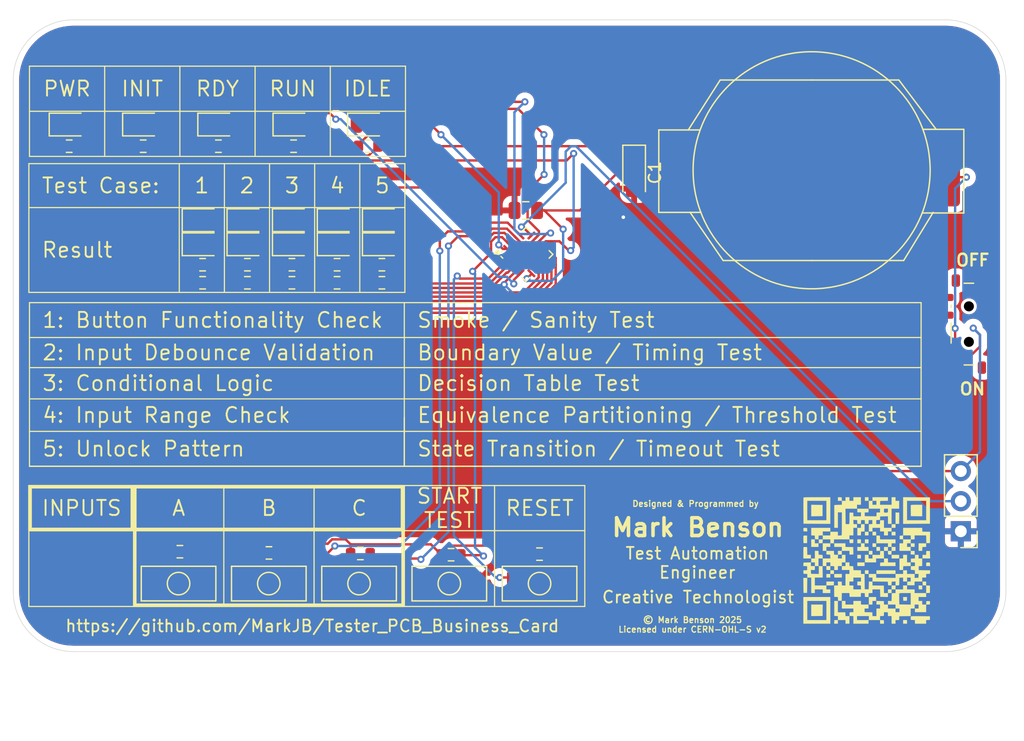
<source format=kicad_pcb>
(kicad_pcb (version 20241229) (generator "pcbnew") (generator_version "9.0")
  (layers (0 "F.Cu" signal) (2 "B.Cu" signal) (13 "F.Paste" user) (15 "B.Paste" user) (5 "F.SilkS" user "F.Silkscreen") (7 "B.SilkS" user "B.Silkscreen") (1 "F.Mask" user) (3 "B.Mask" user) (25 "Edge.Cuts" user))
  (net 0 "")
  (net 1 "Net-(BT1-+)")
  (net 2 "GND")
  (net 3 "+3V0")
  (net 4 "Net-(D1-A)")
  (net 5 "/PWR")
  (net 6 "Net-(D2-A)")
  (net 7 "/INIT")
  (net 8 "Net-(D3-A)")
  (net 9 "/RDY")
  (net 10 "Net-(D4-A)")
  (net 11 "/RUN")
  (net 12 "Net-(D5-A)")
  (net 13 "/IDLE")
  (net 14 "/ROW_C")
  (net 15 "/ROW_A")
  (net 16 "/ROW_B")
  (net 17 "/ROW_E")
  (net 18 "/ROW_D")
  (net 19 "/SWIO")
  (net 20 "/INPUT_A")
  (net 21 "/INPUT_B")
  (net 22 "/INPUT_C")
  (net 23 "/INPUT_D")
  (net 24 "/RESET")
  (net 25 "/COL_R")
  (net 26 "/COL_G")
  (net 27 "Net-(D6-K)")
  (net 28 "Net-(D7-K)")
  (net 29 "Net-(D8-K)")
  (net 30 "Net-(D9-K)")
  (net 31 "Net-(D10-K)")
  (net 32 "Net-(D11-K)")
  (net 33 "Net-(D12-K)")
  (net 34 "Net-(D13-K)")
  (net 35 "Net-(D14-K)")
  (net 36 "Net-(D15-K)")
  (footprint "Resistor_SMD:R_0603_1608Metric" (layer "F.Cu") (at 84.4682 88.2396 180)
    (property "Reference" "R20" (hide yes))
    (property "Value" "3.3k")
  )
  (footprint "Resistor_SMD:R_0603_1608Metric" (layer "F.Cu") (at 64.312 76.7072 180)
    (property "Reference" "R2" (hide yes))
    (property "Value" "470")
  )
  (footprint "LED_SMD:LED_0805_2012Metric" (layer "F.Cu") (at 84.5081 82.9564)
    (property "Reference" "D15" (hide yes))
    (property "Value" "RE_G")
  )
  (footprint "LED_SMD:LED_0805_2012Metric" (layer "F.Cu") (at 70.6112 74.8784)
    (property "Reference" "D3" (hide yes))
    (property "Value" "RDY")
  )
  (footprint "Resistor_SMD:R_0603_1608Metric" (layer "F.Cu") (at 67.4116 110.9472)
    (property "Reference" "R6" (hide yes))
    (property "Value" "10k")
  )
  (footprint "Resistor_SMD:R_0603_1608Metric" (layer "F.Cu") (at 83.3112 76.7072 180)
    (property "Reference" "R5" (hide yes))
    (property "Value" "470")
  )
  (footprint "Resistor_SMD:R_0603_1608Metric" (layer "F.Cu") (at 77.012 76.7072 180)
    (property "Reference" "R4" (hide yes))
    (property "Value" "470")
  )
  (footprint "Resistor_SMD:R_0603_1608Metric" (layer "F.Cu") (at 84.4682 86.7156 180)
    (property "Reference" "R19" (hide yes))
    (property "Value" "470")
  )
  (footprint "LED_SMD:LED_0805_2012Metric" (layer "F.Cu") (at 76.9112 82.9564)
    (property "Reference" "D13" (hide yes))
    (property "Value" "IDLE")
  )
  (footprint "LED_SMD:LED_0805_2012Metric" (layer "F.Cu") (at 80.6981 82.9564)
    (property "Reference" "D14" (hide yes))
    (property "Value" "RD_G")
  )
  (footprint "custom:BTN_XUNPU_TS_1088-AR02016" (layer "F.Cu") (at 90.1598 113.6271)
    (property "Reference" "SW5" (hide yes))
    (property "Value" "D")
  )
  (footprint "Resistor_SMD:R_0603_1608Metric" (layer "F.Cu") (at 80.6826 88.2396 180)
    (property "Reference" "R18" (hide yes))
    (property "Value" "3.3k")
  )
  (footprint "LED_SMD:LED_0805_2012Metric" (layer "F.Cu") (at 69.2912 82.9564)
    (property "Reference" "D11" (hide yes))
    (property "Value" "RA_G")
  )
  (footprint "Resistor_SMD:R_0603_1608Metric" (layer "F.Cu") (at 80.6826 86.7156 180)
    (property "Reference" "R17" (hide yes))
    (property "Value" "470")
  )
  (footprint "Resistor_SMD:R_0603_1608Metric" (layer "F.Cu") (at 58.0636 76.7072 180)
    (property "Reference" "R1" (hide yes))
    (property "Value" "470")
  )
  (footprint "Resistor_SMD:R_0603_1608Metric" (layer "F.Cu") (at 76.8726 88.2396 180)
    (property "Reference" "R16" (hide yes))
    (property "Value" "3.3k")
  )
  (footprint "LED_SMD:LED_0805_2012Metric" (layer "F.Cu") (at 58.0636 74.8784)
    (property "Reference" "D1" (hide yes))
    (property "Value" "PWR")
  )
  (footprint "LED_SMD:LED_0805_2012Metric" (layer "F.Cu") (at 76.9112 84.9884)
    (property "Reference" "D8" (hide yes))
    (property "Value" "RC_R")
  )
  (footprint "LED_SMD:LED_0805_2012Metric" (layer "F.Cu") (at 69.2912 84.9884)
    (property "Reference" "D6" (hide yes))
    (property "Value" "RA_R")
  )
  (footprint "Connector_PinHeader_2.54mm:PinHeader_1x03_P2.54mm_Vertical" (layer "F.Cu") (at 133.35 109.22 180)
    (property "Reference" "J1" (hide yes))
    (property "Value" "SWIO")
  )
  (footprint "Package_DFN_QFN:QFN-20-1EP_3x3mm_P0.4mm_EP1.65x1.65mm" (layer "F.Cu") (at 96.6309 85.8427 45)
    (property "Reference" "U1" (hide yes))
    (property "Value" "CH32V003FxUx")
  )
  (footprint "LED_SMD:LED_0805_2012Metric" (layer "F.Cu") (at 84.5081 84.9884)
    (property "Reference" "D10" (hide yes))
    (property "Value" "RE_R")
  )
  (footprint "custom:SW_SPDT_Shouhan_MSK12C02" (layer "F.Cu") (at 134.03 91.73 90)
    (property "Reference" "SW1" (hide yes))
    (property "Value" "PWR")
  )
  (footprint "LED_SMD:LED_0805_2012Metric" (layer "F.Cu") (at 64.2612 74.8784)
    (property "Reference" "D2" (hide yes))
    (property "Value" "INIT")
  )
  (footprint "LED_SMD:LED_0805_2012Metric" (layer "F.Cu") (at 83.2604 74.8784)
    (property "Reference" "D5" (hide yes))
    (property "Value" "IDLE")
  )
  (footprint "custom:BTN_XUNPU_TS_1088-AR02016" (layer "F.Cu") (at 74.9198 113.6271)
    (property "Reference" "SW3" (hide yes))
    (property "Value" "B")
  )
  (footprint "LED_SMD:LED_0805_2012Metric" (layer "F.Cu") (at 80.6981 84.9884)
    (property "Reference" "D9" (hide yes))
    (property "Value" "RD_R")
  )
  (footprint "Resistor_SMD:R_0603_1608Metric" (layer "F.Cu") (at 69.3298 86.7156 180)
    (property "Reference" "R11" (hide yes))
    (property "Value" "470")
  )
  (footprint "Resistor_SMD:R_0603_1608Metric" (layer "F.Cu") (at 74.93 111.0488)
    (property "Reference" "R7" (hide yes))
    (property "Value" "10k")
  )
  (footprint "custom:BTN_XUNPU_TS_1088-AR02016" (layer "F.Cu") (at 82.5398 113.6271)
    (property "Reference" "SW4" (hide yes))
    (property "Value" "C")
  )
  (footprint "LED_SMD:LED_0805_2012Metric" (layer "F.Cu") (at 73.0781 82.9564)
    (property "Reference" "D12" (hide yes))
    (property "Value" "RB_G")
  )
  (footprint "Resistor_SMD:R_0603_1608Metric" (layer "F.Cu") (at 73.1134 86.7156 180)
    (property "Reference" "R13" (hide yes))
    (property "Value" "470")
  )
  (footprint "LED_SMD:LED_0805_2012Metric" (layer "F.Cu") (at 73.0781 84.9884)
    (property "Reference" "D7" (hide yes))
    (property "Value" "RB_R")
  )
  (footprint "Resistor_SMD:R_0603_1608Metric" (layer "F.Cu") (at 90.3102 111.2012)
    (property "Reference" "R9" (hide yes))
    (property "Value" "10k")
  )
  (footprint "Resistor_SMD:R_0603_1608Metric" (layer "F.Cu") (at 70.662 76.7072 180)
    (property "Reference" "R3" (hide yes))
    (property "Value" "470")
  )
  (footprint "Resistor_SMD:R_0603_1608Metric" (layer "F.Cu") (at 97.7778 111.1504)
    (property "Reference" "R10" (hide yes))
    (property "Value" "10k")
  )
  (footprint "Resistor_SMD:R_0603_1608Metric" (layer "F.Cu") (at 82.6516 111.0996)
    (property "Reference" "R8" (hide yes))
    (property "Value" "10k")
  )
  (footprint "Resistor_SMD:R_0603_1608Metric" (layer "F.Cu") (at 69.3298 88.2396 180)
    (property "Reference" "R12" (hide yes))
    (property "Value" "3.3k")
  )
  (footprint "Resistor_SMD:R_0603_1608Metric" (layer "F.Cu") (at 73.1134 88.2396 180)
    (property "Reference" "R14" (hide yes))
    (property "Value" "3.3k")
  )
  (footprint "LED_SMD:LED_0805_2012Metric" (layer "F.Cu") (at 76.9612 74.8784)
    (property "Reference" "D4" (hide yes))
    (property "Value" "RUN")
  )
  (footprint "custom:MY-2032-12" (layer "F.Cu") (at 120.7516 78.74 180)
    (property "Reference" "BT1" (hide yes))
    (property "Value" "CR2032")
  )
  (footprint "custom:BTN_XUNPU_TS_1088-AR02016" (layer "F.Cu") (at 67.2998 113.6271)
    (property "Reference" "SW2" (hide yes))
    (property "Value" "A")
  )
  (footprint "custom:BTN_XUNPU_TS_1088-AR02016" (layer "F.Cu") (at 97.7798 113.6271)
    (property "Reference" "SW6" (hide yes))
    (property "Value" "RST")
  )
  (footprint "Resistor_SMD:R_0603_1608Metric" (layer "F.Cu") (at 76.8726 86.7156 180)
    (property "Reference" "R15" (hide yes))
    (property "Value" "470")
  )
  (footprint "Capacitor_Tantalum_SMD:CP_EIA-3216-18_Kemet-A" (layer "F.Cu") (at 105.7656 78.9432 -90)
    (property "Reference" "C1")
    (property "Value" "10u")
  )
  (footprint "Capacitor_SMD:C_0805_2012Metric" (layer "F.Cu") (at 96.6193 82.1307 180)
    (property "Reference" "C2" (hide yes))
    (property "Value" "0.1u")
  )
  (gr_rect (start 63.6016 105.4608) (end 86.2584 115.4684) (stroke (width 0.3)) (fill no) (layer "F.SilkS"))
  (gr_poly (pts (xy 125.224495 110.54435) (xy 125.557397 110.54435) (xy 125.557397 110.877362) (xy 124.609906 110.877362) (xy 124.609906 110.54435) (xy 124.9172 110.54435) (xy 124.9172 110.236953) (xy 125.224495 110.236953)) (fill yes) (layer "F.SilkS"))
  (gr_poly (pts (xy 121.024802 110.236953) (xy 121.332097 110.236953) (xy 121.332097 110.54435) (xy 120.717507 110.54435) (xy 120.717507 110.224145) (xy 120.717507 109.90394) (xy 121.024802 109.90394)) (fill yes) (layer "F.SilkS"))
  (gr_poly (pts (xy 127.983744 107.638098) (xy 128.041932 107.640309) (xy 128.091502 107.642612) (xy 128.111415 107.643712) (xy 128.127205 107.644733) (xy 128.138217 107.645639) (xy 128.143793 107.646397) (xy 128.145059 107.649188) (xy 128.146212 107.656724) (xy 128.148172 107.685056) (xy 128.15063 107.787908) (xy 128.150995 107.9393) (xy 128.149094 108.123578) (xy 128.141616 108.597506) (xy 127.836499 108.597506) (xy 127.836499 108.115279) (xy 127.836499 107.633026)) (fill yes) (layer "F.SilkS"))
  (gr_poly (pts (xy 125.8903 111.029548) (xy 125.8902 111.045103) (xy 125.889907 111.06032) (xy 125.889431 111.075116) (xy 125.888782 111.089408) (xy 125.88797 111.103113) (xy 125.887005 111.116149) (xy 125.885896 111.128431) (xy 125.884653 111.139878) (xy 125.883287 111.150406) (xy 125.881807 111.159933) (xy 125.880223 111.168376) (xy 125.878546 111.175651) (xy 125.876784 111.181675) (xy 125.874948 111.186367) (xy 125.874005 111.188187) (xy 125.873048 111.189642) (xy 125.872077 111.190723) (xy 125.871094 111.191418) (xy 125.868442 111.192354) (xy 125.864495 111.193155) (xy 125.853032 111.194354) (xy 125.837335 111.195018) (xy 125.818037 111.195152) (xy 125.795768 111.19476) (xy 125.771159 111.193846) (xy 125.744841 111.192415) (xy 125.717446 111.19047) (xy 125.583005 111.179814) (xy 125.583005 111.028576) (xy 125.583005 110.877362) (xy 125.8903 110.877362)) (fill yes) (layer "F.SilkS"))
  (gr_poly (pts (xy 130.095165 109.090621) (xy 130.102796 109.250723) (xy 130.756924 109.265069) (xy 130.742994 110.224145) (xy 130.435698 110.224145) (xy 130.421358 109.570928) (xy 129.449795 109.570928) (xy 129.449795 109.901507) (xy 129.289746 109.909115) (xy 129.129696 109.916748) (xy 129.122065 110.076851) (xy 129.11446 110.236953) (xy 129.449795 110.236953) (xy 129.449795 110.546783) (xy 129.289746 110.539175) (xy 129.129696 110.531541) (xy 129.114332 110.236953) (xy 128.809598 110.236953) (xy 128.809598 110.54435) (xy 129.116892 110.54435) (xy 129.116892 110.877362) (xy 128.169401 110.877362) (xy 128.169401 110.236953) (xy 128.476695 110.236953) (xy 128.476695 109.906502) (xy 128.182205 109.891132) (xy 128.182205 109.737434) (xy 128.476695 109.737434) (xy 128.476695 109.90394) (xy 129.129696 109.904043) (xy 129.121119 109.737485) (xy 129.112514 109.570928) (xy 128.476695 109.570928) (xy 128.476695 109.737434) (xy 128.182205 109.737434) (xy 128.182246 109.711273) (xy 128.182423 109.688271) (xy 128.182821 109.668234) (xy 128.183523 109.650966) (xy 128.184014 109.643311) (xy 128.184613 109.636275) (xy 128.18533 109.629834) (xy 128.186176 109.623965) (xy 128.18716 109.618642) (xy 128.188294 109.613842) (xy 128.189588 109.60954) (xy 128.191053 109.605712) (xy 128.192698 109.602333) (xy 128.194535 109.59938) (xy 128.196574 109.596828) (xy 128.198826 109.594652) (xy 128.2013 109.592829) (xy 128.204007 109.591334) (xy 128.206959 109.590143) (xy 128.210164 109.589232) (xy 128.213635 109.588576) (xy 128.217381 109.588151) (xy 128.221412 109.587932) (xy 128.22574 109.587896) (xy 128.235327 109.588274) (xy 128.246225 109.58909) (xy 128.260783 109.589902) (xy 128.277647 109.59015) (xy 128.296215 109.589864) (xy 128.315881 109.589077) (xy 128.336043 109.587819) (xy 128.356098 109.586122) (xy 128.375441 109.584016) (xy 128.39347 109.581533) (xy 128.476695 109.568597) (xy 128.476695 109.249571) (xy 128.476695 108.930519) (xy 130.087559 108.930519)) (fill yes) (layer "F.SilkS"))
  (gr_poly (pts (xy 130.089992 114.1332) (xy 129.795502 114.11783) (xy 129.787871 113.957728) (xy 129.780264 113.797626) (xy 130.089992 113.797626)) (fill yes) (layer "F.SilkS"))
  (gr_poly (pts (xy 122.638098 112.824205) (xy 122.330804 112.824205) (xy 122.330804 113.1316) (xy 121.997901 113.1316) (xy 121.997901 112.824205) (xy 122.330804 112.824205) (xy 122.330804 112.670506) (xy 122.330804 112.516808) (xy 122.638098 112.516808)) (fill yes) (layer "F.SilkS"))
  (gr_poly (pts (xy 121.677803 116.372069) (xy 120.717507 116.386004) (xy 120.717507 115.89873) (xy 120.717507 115.411456) (xy 121.691734 115.411456)) (fill yes) (layer "F.SilkS"))
  (gr_poly (pts (xy 128.143793 111.51777) (xy 127.503596 111.51777) (xy 127.503596 111.364072) (xy 127.503596 111.210374) (xy 128.143793 111.210374)) (fill yes) (layer "F.SilkS"))
  (gr_poly (pts (xy 130.422894 110.541916) (xy 130.262845 110.549524) (xy 130.102796 110.557158) (xy 130.095165 110.71726) (xy 130.087559 110.877362) (xy 129.782698 110.877362) (xy 129.782698 110.557158) (xy 129.782698 110.236953) (xy 130.422894 110.236953)) (fill yes) (layer "F.SilkS"))
  (gr_poly (pts (xy 120.201064 110.548491) (xy 120.229933 110.549626) (xy 120.371801 110.557158) (xy 120.386141 111.210374) (xy 120.691899 111.210374) (xy 120.691899 111.51777) (xy 120.051702 111.51777) (xy 120.051702 111.048146) (xy 120.052074 110.953431) (xy 120.053139 110.864353) (xy 120.054822 110.782915) (xy 120.057048 110.711115) (xy 120.059742 110.650954) (xy 120.06283 110.604433) (xy 120.064497 110.586912) (xy 120.066235 110.573551) (xy 120.068034 110.564599) (xy 120.068953 110.561856) (xy 120.069884 110.560308) (xy 120.072474 110.558492) (xy 120.076435 110.556804) (xy 120.081686 110.55525) (xy 120.088143 110.553834) (xy 120.095726 110.552562) (xy 120.104351 110.55144) (xy 120.124403 110.549665) (xy 120.147643 110.548553) (xy 120.173416 110.548147)) (fill yes) (layer "F.SilkS"))
  (gr_poly (pts (xy 130.422894 113.795192) (xy 130.582943 113.8028) (xy 130.742994 113.810433) (xy 130.742994 114.425226) (xy 130.582943 114.43286) (xy 130.422894 114.440467) (xy 130.422894 114.771047) (xy 129.782698 114.771047) (xy 129.782698 115.104059) (xy 130.089992 115.104059) (xy 130.089992 115.411456) (xy 130.420333 115.411456) (xy 130.435698 115.116868) (xy 130.742994 115.116868) (xy 130.742994 115.398647) (xy 130.582943 115.406282) (xy 130.422894 115.41389) (xy 130.422894 116.051864) (xy 129.475403 116.051864) (xy 129.475403 115.744468) (xy 129.782698 115.744468) (xy 129.782698 115.411456) (xy 129.449795 115.411456) (xy 129.449795 115.744468) (xy 129.116892 115.744468) (xy 129.116892 116.38375) (xy 128.156597 116.397685) (xy 128.148966 116.557787) (xy 128.14136 116.71789) (xy 127.836499 116.71789) (xy 127.836499 117.025286) (xy 127.503596 117.025286) (xy 127.503596 116.384877) (xy 127.198734 116.384877) (xy 127.191129 116.224775) (xy 127.183498 116.064673) (xy 127.024703 116.05709) (xy 126.915615 116.051864) (xy 127.836499 116.051864) (xy 128.169401 116.051864) (xy 128.169401 115.744468) (xy 127.836499 115.744468) (xy 127.836499 116.051864) (xy 126.915615 116.051864) (xy 126.865908 116.049483) (xy 126.858252 116.210788) (xy 126.850595 116.372069) (xy 126.690546 116.379703) (xy 126.530496 116.387311) (xy 126.530496 116.715456) (xy 126.690546 116.723064) (xy 126.850595 116.730698) (xy 126.863706 117.025286) (xy 126.530496 117.025286) (xy 126.530496 116.71789) (xy 125.583005 116.71789) (xy 125.583005 116.384877) (xy 124.584297 116.384877) (xy 124.584297 116.71789) (xy 125.557397 116.71789) (xy 125.557397 117.025286) (xy 124.277003 117.025286) (xy 124.277003 116.387311) (xy 124.117389 116.379703) (xy 123.957775 116.372069) (xy 123.949888 116.269603) (xy 123.947441 116.234653) (xy 123.945917 116.203616) (xy 123.945499 116.176265) (xy 123.946369 116.152369) (xy 123.947344 116.141645) (xy 123.94871 116.1317) (xy 123.950489 116.122504) (xy 123.952705 116.114029) (xy 123.95538 116.106247) (xy 123.958537 116.099128) (xy 123.962199 116.092644) (xy 123.966389 116.086767) (xy 123.971129 116.081467) (xy 123.976443 116.076717) (xy 123.982353 116.072488) (xy 123.988882 116.06875) (xy 123.996053 116.065476) (xy 124.003889 116.062637) (xy 124.012413 116.060204) (xy 124.021647 116.058148) (xy 124.031614 116.056442) (xy 124.042338 116.055056) (xy 124.066146 116.05313) (xy 124.093253 116.052143) (xy 124.123842 116.051864) (xy 124.277003 116.051864) (xy 124.277003 115.744468) (xy 123.303903 115.744468) (xy 123.303903 115.104059) (xy 123.611198 115.104059) (xy 123.611198 115.411456) (xy 124.277003 115.411456) (xy 124.277003 115.104059) (xy 124.9172 115.104059) (xy 124.9172 115.411456) (xy 125.557397 115.411456) (xy 125.557397 115.744468) (xy 125.224495 115.744468) (xy 125.224495 116.050327) (xy 125.877496 116.064673) (xy 125.885127 116.224775) (xy 125.892732 116.384877) (xy 126.223202 116.384877) (xy 126.223202 115.744468) (xy 126.530496 115.744468) (xy 126.530496 115.577963) (xy 127.196302 115.577963) (xy 127.196302 115.744468) (xy 127.836499 115.744468) (xy 127.836499 115.411456) (xy 127.196302 115.411456) (xy 127.196302 115.577963) (xy 126.530496 115.577963) (xy 126.530496 115.411456) (xy 126.223202 115.411456) (xy 126.223202 115.102471) (xy 126.850595 115.116868) (xy 126.86596 115.411456) (xy 127.196302 115.411456) (xy 127.196302 115.104059) (xy 127.50206 115.104059) (xy 127.511019 114.695924) (xy 128.1478 114.695924) (xy 128.147824 114.774946) (xy 128.148402 114.860713) (xy 128.149556 114.951258) (xy 128.156597 115.398647) (xy 129.116892 115.412583) (xy 129.116892 114.438035) (xy 128.642352 114.438035) (xy 128.517611 114.438416) (xy 128.414472 114.439637) (xy 128.331253 114.44181) (xy 128.266276 114.44505) (xy 128.217859 114.449471) (xy 128.184321 114.455185) (xy 128.172607 114.458563) (xy 128.163983 114.462308) (xy 128.158238 114.466432) (xy 128.155163 114.470952) (xy 128.153914 114.476627) (xy 128.152771 114.486697) (xy 128.150815 114.519036) (xy 128.149319 114.566) (xy 128.148307 114.625619) (xy 128.1478 114.695924) (xy 127.511019 114.695924) (xy 127.5164 114.450842) (xy 127.676449 114.443209) (xy 127.836499 114.435601) (xy 127.836499 114.130639) (xy 128.476695 114.130639) (xy 128.476695 113.797626) (xy 128.809598 113.797626) (xy 128.809598 114.130639) (xy 129.449795 114.130639) (xy 129.449795 114.438035) (xy 130.422894 114.438035) (xy 130.422894 113.800188) (xy 130.128404 113.784817) (xy 130.120773 113.624715) (xy 130.113167 113.464614) (xy 130.422894 113.464614)) (fill yes) (layer "F.SilkS"))
  (gr_poly (pts (xy 125.224495 112.158179) (xy 124.609906 112.158179) (xy 124.609906 112.004481) (xy 124.609906 111.850783) (xy 125.224495 111.850783)) (fill yes) (layer "F.SilkS"))
  (gr_poly (pts (xy 121.677803 106.996485) (xy 121.677803 107.94429) (xy 120.717507 107.958225) (xy 120.717507 107.470387) (xy 120.717507 106.98255)) (fill yes) (layer "F.SilkS"))
  (gr_poly (pts (xy 122.330804 117.025286) (xy 120.051702 117.025286) (xy 120.051702 115.910974) (xy 120.384605 115.910974) (xy 120.384605 116.71789) (xy 121.997901 116.71789) (xy 121.997901 115.104059) (xy 120.384605 115.104059) (xy 120.384605 115.910974) (xy 120.051702 115.910974) (xy 120.051702 115.898166) (xy 120.051702 114.771047) (xy 122.330804 114.771047)) (fill yes) (layer "F.SilkS"))
  (gr_rect (start 63.6016 105.4608) (end 86.2076 109.0676) (stroke (width 0.3)) (fill no) (layer "F.SilkS"))
  (gr_rect (start 54.7624 105.4608) (end 63.3984 109.0676) (stroke (width 0.3)) (fill no) (layer "F.SilkS"))
  (gr_poly (pts (xy 129.449897 111.197567) (xy 129.283395 111.188985) (xy 129.116892 111.180378) (xy 129.116892 110.877362) (xy 129.449795 110.877362)) (fill yes) (layer "F.SilkS"))
  (gr_poly (pts (xy 120.378638 113.791222) (xy 120.371801 114.425226) (xy 120.064506 114.425226) (xy 120.057669 113.791222) (xy 120.050806 113.157217) (xy 120.385501 113.157217)) (fill yes) (layer "F.SilkS"))
  (gr_poly (pts (xy 123.303903 113.1316) (xy 122.668444 113.1316) (xy 122.659686 112.988534) (xy 122.658137 112.959567) (xy 122.657115 112.932126) (xy 122.656612 112.906842) (xy 122.656619 112.884345) (xy 122.657128 112.865266) (xy 122.657568 112.857204) (xy 122.65813 112.850234) (xy 122.658814 112.844433) (xy 122.659617 112.83988) (xy 122.66054 112.836655) (xy 122.661046 112.835564) (xy 122.661581 112.834835) (xy 122.664305 112.833753) (xy 122.670168 112.832702) (xy 122.690641 112.83071) (xy 122.721659 112.828905) (xy 122.761884 112.82733) (xy 122.864601 112.825044) (xy 122.988082 112.824205) (xy 123.303903 112.824205)) (fill yes) (layer "F.SilkS"))
  (gr_poly (pts (xy 125.557397 110.236953) (xy 125.250102 110.236953) (xy 125.250102 110.070447) (xy 125.250102 109.90394) (xy 125.557397 109.90394)) (fill yes) (layer "F.SilkS"))
  (gr_poly (pts (xy 129.609844 106.349416) (xy 130.742994 106.356076) (xy 130.742994 108.584698) (xy 129.609844 108.591359) (xy 128.476695 108.598045) (xy 128.476695 107.470387) (xy 128.809598 107.470387) (xy 128.809598 108.29011) (xy 130.422894 108.29011) (xy 130.422894 106.650664) (xy 128.809598 106.650664) (xy 128.809598 107.470387) (xy 128.476695 107.470387) (xy 128.476695 106.34273)) (fill yes) (layer "F.SilkS"))
  (gr_poly (pts (xy 126.197594 115.104059) (xy 125.8903 115.104059) (xy 125.8903 115.411456) (xy 125.583005 115.411456) (xy 125.583005 115.091251) (xy 125.583005 114.771047) (xy 126.197594 114.771047)) (fill yes) (layer "F.SilkS"))
  (gr_poly (pts (xy 128.804426 114.931149) (xy 128.796794 115.091251) (xy 128.489499 115.091251) (xy 128.481868 114.931149) (xy 128.474263 114.771047) (xy 128.812031 114.771047)) (fill yes) (layer "F.SilkS"))
  (gr_poly (pts (xy 123.13105 106.348442) (xy 123.291099 106.356076) (xy 123.306464 106.650664) (xy 123.611198 106.650664) (xy 123.611198 106.343268) (xy 123.944101 106.343268) (xy 123.944101 106.650664) (xy 124.277003 106.650664) (xy 124.277003 106.343268) (xy 124.9172 106.343268) (xy 124.9172 106.983677) (xy 124.584297 106.983677) (xy 124.584297 107.316689) (xy 123.610327 107.316689) (xy 123.624002 108.610315) (xy 123.762105 108.618179) (xy 123.776298 108.618856) (xy 123.790339 108.619267) (xy 123.804144 108.619423) (xy 123.81763 108.61933) (xy 123.830715 108.618997) (xy 123.843315 108.618433) (xy 123.855346 108.617647) (xy 123.866726 108.616645) (xy 123.877372 108.615438) (xy 123.887199 108.614032) (xy 123.896126 108.612437) (xy 123.904068 108.610661) (xy 123.910943 108.608712) (xy 123.916667 108.606599) (xy 123.919072 108.605483) (xy 123.921158 108.60433) (xy 123.922914 108.603139) (xy 123.924331 108.601913) (xy 123.926823 108.597084) (xy 123.929202 108.587839) (xy 123.933586 108.556986) (xy 123.937404 108.511128) (xy 123.940579 108.452044) (xy 123.943034 108.381509) (xy 123.944692 108.301301) (xy 123.945474 108.213195) (xy 123.945304 108.118968) (xy 123.944904 108.026573) (xy 123.944988 107.939917) (xy 123.945522 107.86093) (xy 123.946469 107.791539) (xy 123.947796 107.733677) (xy 123.949467 107.689271) (xy 123.951448 107.660252) (xy 123.952543 107.652115) (xy 123.953703 107.648549) (xy 123.955693 107.647408) (xy 123.959212 107.646386) (xy 123.9705 107.644709) (xy 123.98688 107.643531) (xy 124.007665 107.642865) (xy 124.032169 107.642724) (xy 124.059705 107.64312) (xy 124.089587 107.644067) (xy 124.121127 107.645577) (xy 124.277003 107.654261) (xy 124.277003 107.957098) (xy 124.9172 107.957098) (xy 124.9172 107.624085) (xy 124.609906 107.624085) (xy 124.609906 107.316689) (xy 125.557397 107.316689) (xy 125.557397 107.621652) (xy 125.397348 107.62926) (xy 125.237299 107.636893) (xy 125.237299 107.94429) (xy 125.729021 107.951232) (xy 126.220718 107.958199) (xy 126.228374 107.797534) (xy 126.236006 107.636893) (xy 126.517693 107.636893) (xy 126.523452 107.516055) (xy 126.857885 107.516055) (xy 126.858645 107.542455) (xy 126.860323 107.566496) (xy 126.862854 107.587496) (xy 126.864419 107.596642) (xy 126.866174 107.604772) (xy 126.86811 107.611799) (xy 126.870218 107.61764) (xy 126.872492 107.622207) (xy 126.874923 107.625417) (xy 126.877931 107.627889) (xy 126.881845 107.630235) (xy 126.892176 107.634545) (xy 126.905491 107.638333) (xy 126.921361 107.641588) (xy 126.93936 107.644294) (xy 126.959062 107.64644) (xy 126.980038 107.648012) (xy 127.001864 107.648997) (xy 127.024111 107.649382) (xy 127.046352 107.649153) (xy 127.068162 107.648297) (xy 127.089113 107.646801) (xy 127.108778 107.644652) (xy 127.12673 107.641836) (xy 127.142543 107.638341) (xy 127.15579 107.634153) (xy 127.158598 107.632966) (xy 127.161288 107.631602) (xy 127.16386 107.630051) (xy 127.166316 107.628306) (xy 127.16866 107.626359) (xy 127.170892 107.624201) (xy 127.173014 107.621824) (xy 127.17503 107.61922) (xy 127.176939 107.616382) (xy 127.178746 107.613301) (xy 127.180451 107.609968) (xy 127.182056 107.606377) (xy 127.183564 107.602518) (xy 127.184976 107.598384) (xy 127.186294 107.593966) (xy 127.187521 107.589257) (xy 127.188659 107.584248) (xy 127.189708 107.578931) (xy 127.190672 107.573299) (xy 127.191552 107.567342) (xy 127.192351 107.561054) (xy 127.193069 107.554425) (xy 127.19371 107.547448) (xy 127.194275 107.540115) (xy 127.195185 107.524346) (xy 127.195816 107.507055) (xy 127.196183 107.488177) (xy 127.196302 107.467646) (xy 127.196302 107.316689) (xy 126.868136 107.316689) (xy 126.859378 107.458911) (xy 126.858108 107.48798) (xy 126.857885 107.516055) (xy 126.523452 107.516055) (xy 126.525324 107.476791) (xy 126.532929 107.316689) (xy 125.583005 107.316689) (xy 125.583005 106.81717) (xy 125.8903 106.81717) (xy 125.8903 106.983677) (xy 126.223202 106.983677) (xy 126.223202 106.650664) (xy 125.8903 106.650664) (xy 125.8903 106.81717) (xy 125.583005 106.81717) (xy 125.583005 106.650664) (xy 125.8903 106.650664) (xy 125.8903 106.343268) (xy 127.196302 106.343268) (xy 127.196302 106.649127) (xy 126.5433 106.663472) (xy 126.535669 106.823575) (xy 126.528064 106.983677) (xy 127.503596 106.983677) (xy 127.503596 106.343268) (xy 127.836499 106.343268) (xy 127.836499 106.650664) (xy 128.143793 106.650664) (xy 128.143793 107.316689) (xy 127.503596 107.316689) (xy 127.503596 108.597506) (xy 127.196302 108.597506) (xy 127.196302 107.955561) (xy 126.5433 107.969906) (xy 126.535643 108.116022) (xy 126.528013 108.262112) (xy 126.369192 108.26972) (xy 126.210398 108.277302) (xy 126.210398 108.610315) (xy 126.517693 108.610315) (xy 126.525324 108.450213) (xy 126.532929 108.29011) (xy 126.863399 108.29011) (xy 126.863399 108.930519) (xy 127.503596 108.930519) (xy 127.503596 108.623123) (xy 127.836499 108.623123) (xy 127.836499 108.930519) (xy 127.503596 108.930519) (xy 127.503596 109.237915) (xy 127.196302 109.237915) (xy 127.196302 109.570928) (xy 126.863399 109.570928) (xy 126.863399 109.237915) (xy 126.530496 109.237915) (xy 126.530496 108.930519) (xy 125.8903 108.930519) (xy 125.8903 109.237915) (xy 125.583005 109.237915) (xy 125.583005 108.625685) (xy 125.877496 108.610315) (xy 125.877496 108.277302) (xy 125.570201 108.277302) (xy 125.562569 108.437404) (xy 125.554964 108.597506) (xy 125.252535 108.597506) (xy 125.24493 108.437404) (xy 125.237299 108.277302) (xy 124.930004 108.277302) (xy 124.922373 108.437404) (xy 124.914767 108.597506) (xy 124.612338 108.597506) (xy 124.604733 108.437404) (xy 124.597102 108.277302) (xy 124.274596 108.261984) (xy 124.289807 108.610315) (xy 124.584297 108.625685) (xy 124.584297 108.930519) (xy 124.277003 108.930519) (xy 124.277003 109.570928) (xy 123.944101 109.570928) (xy 123.944101 109.90394) (xy 124.279435 109.90394) (xy 124.27183 110.064043) (xy 124.264199 110.224145) (xy 123.956904 110.224145) (xy 123.949273 110.064043) (xy 123.941667 109.90394) (xy 122.638098 109.90394) (xy 122.638098 110.236953) (xy 122.330804 110.236953) (xy 122.330804 110.54435) (xy 121.997901 110.54435) (xy 121.997901 110.877362) (xy 121.690607 110.877362) (xy 121.690607 110.236953) (xy 122.330804 110.236953) (xy 122.330804 109.90394) (xy 121.69304 109.90394) (xy 121.685434 110.064043) (xy 121.677803 110.224145) (xy 121.517754 110.231779) (xy 121.357704 110.239387) (xy 121.357704 109.90394) (xy 121.690607 109.90394) (xy 121.690607 109.568597) (xy 121.517754 109.576153) (xy 121.3449 109.583736) (xy 121.337243 109.745068) (xy 121.329587 109.906425) (xy 121.183596 109.898766) (xy 121.037606 109.891132) (xy 121.011998 109.583736) (xy 120.717507 109.568366) (xy 120.717507 108.930519) (xy 122.330804 108.930519) (xy 122.330804 109.237915) (xy 121.688276 109.237915) (xy 121.695831 109.405933) (xy 121.703411 109.573951) (xy 121.985097 109.574053) (xy 122.193446 109.573663) (xy 122.264144 109.573167) (xy 122.298794 109.572542) (xy 122.302757 109.57177) (xy 122.306448 109.56986) (xy 122.309869 109.5668) (xy 122.313021 109.562579) (xy 122.315909 109.557186) (xy 122.318532 109.550609) (xy 122.320895 109.542837) (xy 122.323 109.533858) (xy 122.324848 109.523661) (xy 122.326442 109.512236) (xy 122.327784 109.499569) (xy 122.328878 109.485651) (xy 122.330325 109.454012) (xy 122.330804 109.41723) (xy 122.330804 109.263532) (xy 122.971001 109.263532) (xy 122.970975 109.423634) (xy 122.970975 109.583736) (xy 123.105416 109.578869) (xy 123.209791 109.574985) (xy 123.271893 109.572465) (xy 123.276376 109.569676) (xy 123.280452 109.561432) (xy 123.28745 109.526612) (xy 123.293016 109.464063) (xy 123.29728 109.369846) (xy 123.30242 109.07065) (xy 123.303903 108.597506) (xy 123.303903 107.624085) (xy 122.971001 107.624085) (xy 122.971001 108.930519) (xy 122.663706 108.930519) (xy 122.663706 107.982714) (xy 122.66363 107.015697) (xy 122.665281 107.013701) (xy 122.670146 107.011688) (xy 122.688859 107.007666) (xy 122.718454 107.00374) (xy 122.75762 107.000017) (xy 122.805043 106.996605) (xy 122.859411 106.993611) (xy 122.91941 106.991145) (xy 122.983728 106.989312) (xy 123.303903 106.98214) (xy 123.303903 106.650664) (xy 122.971001 106.650664) (xy 122.971001 106.495736) (xy 122.971001 106.340834)) (fill yes) (layer "F.SilkS"))
  (gr_poly (pts (xy 128.809598 117.025286) (xy 128.476695 117.025286) (xy 128.476695 116.871588) (xy 128.476695 116.71789) (xy 128.809598 116.71789)) (fill yes) (layer "F.SilkS"))
  (gr_poly (pts (xy 126.197594 110.54435) (xy 125.8903 110.54435) (xy 125.8903 110.390651) (xy 125.8903 110.236953) (xy 126.197594 110.236953)) (fill yes) (layer "F.SilkS"))
  (gr_poly (pts (xy 130.572256 110.881503) (xy 130.601125 110.882639) (xy 130.742994 110.89017) (xy 130.757385 111.51777) (xy 130.1156 111.51777) (xy 130.1156 111.210374) (xy 130.422894 111.210374) (xy 130.422894 111.060955) (xy 130.422988 111.045635) (xy 130.423265 111.030561) (xy 130.423716 111.015818) (xy 130.42433 111.001491) (xy 130.425099 110.987667) (xy 130.426014 110.974431) (xy 130.427064 110.961869) (xy 130.42824 110.950068) (xy 130.429533 110.939112) (xy 130.430934 110.929088) (xy 130.432434 110.920082) (xy 130.434022 110.91218) (xy 130.43569 110.905466) (xy 130.437427 110.900028) (xy 130.439226 110.895951) (xy 130.440145 110.89445) (xy 130.441076 110.893321) (xy 130.443666 110.891505) (xy 130.447627 110.889817) (xy 130.452878 110.888262) (xy 130.459335 110.886846) (xy 130.466918 110.885574) (xy 130.475543 110.884452) (xy 130.495595 110.882677) (xy 130.518836 110.881565) (xy 130.544608 110.881159)) (fill yes) (layer "F.SilkS"))
  (gr_poly (pts (xy 120.186177 108.934121) (xy 120.224248 108.935642) (xy 120.371801 108.943327) (xy 120.379509 109.091877) (xy 120.387242 109.240426) (xy 120.225862 109.232766) (xy 120.064506 109.225107) (xy 120.056491 109.113318) (xy 120.05517 109.090104) (xy 120.054494 109.066997) (xy 120.054438 109.044607) (xy 120.054977 109.023542) (xy 120.056086 109.004411) (xy 120.056847 108.995762) (xy 120.057741 108.987824) (xy 120.058765 108.980675) (xy 120.059915 108.97439) (xy 120.06119 108.969045) (xy 120.062586 108.964717) (xy 120.064924 108.959815) (xy 120.068039 108.95537) (xy 120.071985 108.951373) (xy 120.076819 108.947815) (xy 120.082596 108.944684) (xy 120.089371 108.941971) (xy 120.0972 108.939666) (xy 120.106138 108.937759) (xy 120.116242 108.93624) (xy 120.127566 108.9351) (xy 120.140166 108.934328) (xy 120.154097 108.933914) (xy 120.169416 108.933848)) (fill yes) (layer "F.SilkS"))
  (gr_poly (pts (xy 125.224495 109.235354) (xy 124.930004 109.250723) (xy 124.922373 109.410826) (xy 124.914767 109.570928) (xy 124.609906 109.570928) (xy 124.609906 108.930519) (xy 124.9172 108.930519) (xy 124.9172 108.776821) (xy 124.9172 108.623123) (xy 125.224495 108.623123)) (fill yes) (layer "F.SilkS"))
  (gr_poly (pts (xy 123.611198 110.542812) (xy 124.264199 110.557158) (xy 124.271369 110.868652) (xy 124.278539 111.180122) (xy 124.121921 111.188857) (xy 124.090234 111.190388) (xy 124.060257 111.191394) (xy 124.032676 111.191884) (xy 124.008175 111.191867) (xy 123.987439 111.191349) (xy 123.978697 111.190906) (xy 123.971154 111.190341) (xy 123.964894 111.189655) (xy 123.960005 111.18885) (xy 123.95657 111.187926) (xy 123.955425 111.187419) (xy 123.954676 111.186884) (xy 123.953599 111.185023) (xy 123.952553 111.181692) (xy 123.950571 111.170953) (xy 123.948775 111.155324) (xy 123.947209 111.13546) (xy 123.945914 111.112017) (xy 123.944936 111.085652) (xy 123.944317 111.057022) (xy 123.944101 111.026782) (xy 123.944101 110.877362) (xy 123.303903 110.877362) (xy 123.303903 111.182325) (xy 123.143854 111.189932) (xy 122.983805 111.197567) (xy 122.976173 111.357668) (xy 122.968568 111.51777) (xy 123.303903 111.51777) (xy 123.303903 111.210374) (xy 123.611198 111.210374) (xy 123.611198 111.850783) (xy 123.303903 111.850783) (xy 123.303903 112.004481) (xy 123.303903 112.158179) (xy 123.611198 112.158179) (xy 123.611198 111.850783) (xy 123.944101 111.850783) (xy 123.944101 112.155746) (xy 124.10415 112.163354) (xy 124.264199 112.170987) (xy 124.289807 112.504) (xy 124.9172 112.518396) (xy 124.9172 112.824205) (xy 125.223624 112.824205) (xy 125.237299 114.11783) (xy 125.570201 114.11783) (xy 125.584541 113.464614) (xy 125.8903 113.464614) (xy 125.8903 113.63012) (xy 125.8903 113.796498) (xy 126.850595 113.810433) (xy 126.864987 114.438035) (xy 127.196302 114.438035) (xy 127.196302 114.130639) (xy 127.503596 114.130639) (xy 127.503596 113.797626) (xy 127.836499 113.797626) (xy 127.836499 113.462179) (xy 127.676449 113.469788) (xy 127.5164 113.477421) (xy 127.490792 113.784817) (xy 127.209105 113.787943) (xy 127.183498 113.477421) (xy 125.8903 113.463742) (xy 125.8903 113.1316) (xy 125.583005 113.1316) (xy 125.583005 112.824205) (xy 126.195161 112.824205) (xy 126.202767 112.984307) (xy 126.210398 113.144409) (xy 127.836499 113.157934) (xy 127.836499 112.824205) (xy 126.223202 112.824205) (xy 126.223202 112.516808) (xy 127.836499 112.516808) (xy 127.836499 112.824205) (xy 128.476695 112.824205) (xy 128.476695 112.516808) (xy 128.809598 112.516808) (xy 128.809598 112.824205) (xy 129.449795 112.824205) (xy 129.449795 113.15965) (xy 129.609844 113.152042) (xy 129.769894 113.144409) (xy 129.777525 112.984307) (xy 129.78513 112.824205) (xy 129.477836 112.824205) (xy 129.47023 112.664102) (xy 129.462599 112.504) (xy 129.129696 112.478384) (xy 129.129696 112.170987) (xy 129.30255 112.163405) (xy 129.475403 112.155848) (xy 129.475403 111.853114) (xy 129.30255 111.845558) (xy 129.129696 111.837975) (xy 129.129696 111.530579) (xy 129.30255 111.522996) (xy 129.475403 111.51544) (xy 129.475403 111.210374) (xy 129.782698 111.210374) (xy 129.782698 111.51777) (xy 130.089992 111.51777) (xy 130.089992 112.155618) (xy 129.795502 112.170987) (xy 129.795502 112.504) (xy 130.758307 112.517935) (xy 130.742994 112.811396) (xy 130.582943 112.81903) (xy 130.422894 112.826638) (xy 130.422894 113.1316) (xy 130.089992 113.1316) (xy 130.089992 113.464614) (xy 129.452228 113.464614) (xy 129.444622 113.624715) (xy 129.436991 113.784817) (xy 128.822401 113.784817) (xy 128.822401 113.477421) (xy 129.116892 113.462051) (xy 129.116892 113.1316) (xy 128.809598 113.1316) (xy 128.809598 113.464614) (xy 128.476695 113.464614) (xy 128.476695 113.129167) (xy 128.316647 113.136775) (xy 128.156597 113.144409) (xy 128.156597 113.451805) (xy 128.156094 113.51556) (xy 128.154641 113.575043) (xy 128.15233 113.629123) (xy 128.149248 113.676671) (xy 128.147445 113.697642) (xy 128.145484 113.716556) (xy 128.143374 113.733272) (xy 128.141127 113.747647) (xy 128.138754 113.759542) (xy 128.136266 113.768814) (xy 128.133674 113.775322) (xy 128.132342 113.777496) (xy 128.130989 113.778926) (xy 128.127717 113.780902) (xy 128.123232 113.782764) (xy 128.117615 113.784505) (xy 128.110943 113.786117) (xy 128.103297 113.787592) (xy 128.094753 113.788925) (xy 128.075292 113.791132) (xy 128.05319 113.792681) (xy 128.029078 113.793515) (xy 128.003585 113.793577) (xy 127.977342 113.79281) (xy 127.849303 113.78697) (xy 127.841723 113.958804) (xy 127.834168 114.130639) (xy 127.503596 114.130639) (xy 127.503596 114.438035) (xy 127.196302 114.438035) (xy 127.196302 114.772585) (xy 126.5433 114.758239) (xy 126.528909 114.130639) (xy 125.8903 114.130639) (xy 125.8903 114.435601) (xy 125.73025 114.443209) (xy 125.570201 114.450842) (xy 125.562569 114.610945) (xy 125.554964 114.771047) (xy 125.252535 114.771047) (xy 125.24493 114.610945) (xy 125.237299 114.450842) (xy 125.078503 114.443261) (xy 124.91971 114.435652) (xy 124.912052 114.596958) (xy 124.904396 114.758239) (xy 123.956904 114.758239) (xy 123.949273 114.598137) (xy 123.941667 114.438035) (xy 123.30544 114.438035) (xy 123.291099 115.091251) (xy 122.983805 115.091251) (xy 122.976199 114.932354) (xy 122.968619 114.773429) (xy 122.813896 114.765847) (xy 122.659148 114.758239) (xy 122.655025 114.277958) (xy 122.650902 113.797651) (xy 122.810952 113.797651) (xy 122.971001 113.797626) (xy 122.971001 113.462179) (xy 123.13105 113.469788) (xy 123.291099 113.477421) (xy 123.29873 113.637524) (xy 123.306336 113.797626) (xy 123.611198 113.797626) (xy 123.611198 113.464614) (xy 123.944101 113.464614) (xy 123.944101 113.797626) (xy 124.277003 113.797626) (xy 124.277003 114.130639) (xy 124.9172 114.130639) (xy 124.9172 113.964132) (xy 124.91673 113.923978) (xy 124.915303 113.889532) (xy 124.914222 113.874408) (xy 124.912892 113.86066) (xy 124.91131 113.848272) (xy 124.909473 113.837225) (xy 124.907377 113.827505) (xy 124.905019 113.819092) (xy 124.902395 113.811971) (xy 124.899504 113.806124) (xy 124.896341 113.801535) (xy 124.892903 113.798186) (xy 124.889187 113.796061) (xy 124.88519 113.795141) (xy 124.876281 113.794668) (xy 124.863171 113.794269) (xy 124.826862 113.793719) (xy 124.781305 113.793534) (xy 124.731543 113.793758) (xy 124.609906 113.794833) (xy 124.609906 113.464614) (xy 124.9172 113.464614) (xy 124.9172 113.1316) (xy 124.277003 113.1316) (xy 124.277003 113.298107) (xy 124.277003 113.464614) (xy 123.944101 113.464614) (xy 123.611198 113.464614) (xy 123.611198 112.824205) (xy 123.944101 112.824205) (xy 123.944101 112.491192) (xy 123.303903 112.491192) (xy 123.303903 112.158179) (xy 122.971001 112.158179) (xy 122.971001 112.491192) (xy 122.663706 112.491192) (xy 122.663706 112.36311) (xy 122.663877 112.312089) (xy 122.664343 112.267853) (xy 122.665035 112.235138) (xy 122.665444 112.224583) (xy 122.665883 112.218685) (xy 122.666097 112.21532) (xy 122.66583 112.212033) (xy 122.665088 112.208824) (xy 122.663879 112.205696) (xy 122.662207 112.202651) (xy 122.66008 112.199691) (xy 122.654483 112.194032) (xy 122.647139 112.188734) (xy 122.638096 112.183812) (xy 122.627405 112.179282) (xy 122.615115 112.175157) (xy 122.601277 112.171453) (xy 122.585941 112.168185) (xy 122.569156 112.165367) (xy 122.550972 112.163015) (xy 122.531439 112.161144) (xy 122.510607 112.159769) (xy 122.488526 112.158903) (xy 122.465245 112.158564) (xy 122.330804 112.158179) (xy 122.330804 112.491192) (xy 121.997901 112.491192) (xy 121.997901 112.158179) (xy 121.690607 112.158179) (xy 121.690607 112.004481) (xy 121.997901 112.004481) (xy 121.997901 112.158179) (xy 122.330804 112.158179) (xy 122.330804 111.850783) (xy 121.997901 111.850783) (xy 121.997901 112.004481) (xy 121.690607 112.004481) (xy 121.690607 111.51777) (xy 121.332097 111.51777) (xy 121.332097 112.158179) (xy 121.024802 112.158179) (xy 121.024802 112.491192) (xy 120.689467 112.491192) (xy 120.697072 112.651294) (xy 120.704703 112.811396) (xy 121.357704 112.825741) (xy 121.357704 112.155746) (xy 121.517754 112.163354) (xy 121.677803 112.170987) (xy 121.691734 113.1316) (xy 121.024802 113.1316) (xy 121.024802 113.797626) (xy 121.997901 113.797626) (xy 121.997901 113.464614) (xy 122.640531 113.464614) (xy 122.632925 113.624715) (xy 122.625294 113.784817) (xy 121.997901 113.799214) (xy 121.997901 114.130639) (xy 122.330804 114.130639) (xy 122.330804 114.438035) (xy 121.690607 114.438035) (xy 121.690607 114.130639) (xy 121.024802 114.130639) (xy 121.024802 114.438035) (xy 120.717507 114.438035) (xy 120.717507 113.1316) (xy 120.384605 113.1316) (xy 120.384605 112.826638) (xy 120.224556 112.81903) (xy 120.064506 112.811396) (xy 120.056875 112.665358) (xy 120.049218 112.519319) (xy 120.210522 112.511659) (xy 120.371801 112.504) (xy 120.371801 112.170987) (xy 120.210522 112.163328) (xy 120.049218 112.155669) (xy 120.056875 112.00963) (xy 120.064506 111.863591) (xy 120.691899 111.849195) (xy 120.691899 112.158179) (xy 121.024802 112.158179) (xy 121.024802 111.850783) (xy 120.717507 111.850783) (xy 120.717507 111.51777) (xy 121.024802 111.51777) (xy 121.024802 110.877362) (xy 121.329664 110.877362) (xy 121.337269 111.037464) (xy 121.3449 111.197567) (xy 121.677803 111.223183) (xy 121.693168 111.51777) (xy 122.333237 111.51777) (xy 122.325631 111.357668) (xy 122.318 111.197567) (xy 122.157951 111.189932) (xy 121.997901 111.182325) (xy 121.997901 110.877362) (xy 122.635665 110.877362) (xy 122.643271 111.037464) (xy 122.650902 111.197567) (xy 122.810952 111.2052) (xy 122.971001 111.212808) (xy 122.971001 110.877362) (xy 123.303903 110.877362) (xy 123.303903 110.54435) (xy 122.663706 110.54435) (xy 122.663706 110.236953) (xy 123.611198 110.236953)) (fill yes) (layer "F.SilkS"))
  (gr_poly (pts (xy 120.223787 109.582378) (xy 120.371801 109.583736) (xy 120.371801 110.224145) (xy 120.064506 110.224145) (xy 120.057029 109.955173) (xy 120.055799 109.900069) (xy 120.055169 109.846586) (xy 120.055113 109.796044) (xy 120.055611 109.749762) (xy 120.056637 109.709059) (xy 120.05817 109.675253) (xy 120.060186 109.649664) (xy 120.061368 109.640363) (xy 120.062663 109.633611) (xy 120.064933 109.625496) (xy 120.067577 109.618248) (xy 120.070736 109.611822) (xy 120.074554 109.606172) (xy 120.079173 109.601252) (xy 120.084738 109.597019) (xy 120.09139 109.593425) (xy 120.099272 109.590425) (xy 120.108528 109.587975) (xy 120.119301 109.586028) (xy 120.131733 109.584539) (xy 120.145967 109.583464) (xy 120.162147 109.582755) (xy 120.180415 109.582368)) (fill yes) (layer "F.SilkS"))
  (gr_poly (pts (xy 130.572256 111.854924) (xy 130.601125 111.85606) (xy 130.742994 111.863591) (xy 130.758358 112.158179) (xy 130.422894 112.158179) (xy 130.422894 112.021568) (xy 130.422988 112.007553) (xy 130.423265 111.993747) (xy 130.423716 111.980229) (xy 130.42433 111.967077) (xy 130.425099 111.954372) (xy 130.426014 111.942192) (xy 130.427064 111.930617) (xy 130.42824 111.919726) (xy 130.429533 111.909599) (xy 130.430934 111.900314) (xy 130.432434 111.891951) (xy 130.434022 111.88459) (xy 130.43569 111.878309) (xy 130.437427 111.873188) (xy 130.439226 111.869306) (xy 130.440145 111.867854) (xy 130.441076 111.866742) (xy 130.443666 111.864926) (xy 130.447627 111.863238) (xy 130.452878 111.861684) (xy 130.459335 111.860268) (xy 130.466918 111.858996) (xy 130.475543 111.857873) (xy 130.495595 111.856099) (xy 130.518836 111.854987) (xy 130.544608 111.854581)) (fill yes) (layer "F.SilkS"))
  (gr_poly (pts (xy 130.089992 107.958225) (xy 129.129696 107.94429) (xy 129.122654 107.4969) (xy 129.121501 107.406356) (xy 129.120924 107.320588) (xy 129.1209 107.241567) (xy 129.121406 107.171262) (xy 129.122419 107.111643) (xy 129.123915 107.064678) (xy 129.12587 107.032339) (xy 129.127013 107.022269) (xy 129.128262 107.016594) (xy 129.131337 107.012074) (xy 129.137082 107.00795) (xy 129.145706 107.004205) (xy 129.15742 107.000827) (xy 129.190958 106.995113) (xy 129.239375 106.990692) (xy 129.304352 106.987452) (xy 129.387571 106.985279) (xy 129.49071 106.984058) (xy 129.615452 106.983677) (xy 130.089992 106.983677)) (fill yes) (layer "F.SilkS"))
  (gr_poly (pts (xy 125.557397 106.650664) (xy 125.250102 106.650664) (xy 125.250102 106.496966) (xy 125.250102 106.343268) (xy 125.557397 106.343268)) (fill yes) (layer "F.SilkS"))
  (gr_poly (pts (xy 128.809598 111.850783) (xy 129.116892 111.850783) (xy 129.116892 112.156591) (xy 128.489499 112.170987) (xy 128.481868 112.33109) (xy 128.474263 112.491192) (xy 128.169401 112.491192) (xy 128.169401 111.51777) (xy 128.476695 111.51777) (xy 128.476695 111.364072) (xy 128.476695 111.210374) (xy 128.809598 111.210374)) (fill yes) (layer "F.SilkS"))
  (gr_poly (pts (xy 122.970949 116.064673) (xy 123.598394 116.064673) (xy 123.606025 116.224775) (xy 123.613631 116.384877) (xy 123.944101 116.384877) (xy 123.944101 117.025286) (xy 123.611198 117.025286) (xy 123.611198 116.71789) (xy 122.971001 116.71789) (xy 122.971001 117.025286) (xy 122.650902 117.025388) (xy 122.668264 116.71789) (xy 122.971001 116.71789) (xy 122.971001 116.387311) (xy 122.810952 116.379703) (xy 122.794683 116.378825) (xy 122.778935 116.377777) (xy 122.763786 116.376572) (xy 122.749316 116.375223) (xy 122.735603 116.373746) (xy 122.722727 116.372152) (xy 122.710765 116.370456) (xy 122.699797 116.368672) (xy 122.689902 116.366812) (xy 122.681159 116.364892) (xy 122.673647 116.362925) (xy 122.667444 116.360924) (xy 122.664858 116.359915) (xy 122.662629 116.358903) (xy 122.660767 116.357889) (xy 122.659282 116.356875) (xy 122.658183 116.355863) (xy 122.65748 116.354855) (xy 122.657184 116.353852) (xy 122.657304 116.352856) (xy 122.659795 116.29688) (xy 122.66183 116.158688) (xy 122.663706 115.718853) (xy 122.663706 115.104059) (xy 122.971001 115.104059)) (fill yes) (layer "F.SilkS"))
  (gr_poly (pts (xy 125.557397 112.824205) (xy 125.250102 112.824205) (xy 125.250102 112.670506) (xy 125.250102 112.516808) (xy 125.557397 112.516808)) (fill yes) (layer "F.SilkS"))
  (gr_poly (pts (xy 125.557397 109.570928) (xy 125.250102 109.570928) (xy 125.250102 109.41723) (xy 125.250102 109.263532) (xy 125.557397 109.263532)) (fill yes) (layer "F.SilkS"))
  (gr_poly (pts (xy 126.370447 109.583045) (xy 126.517693 109.583736) (xy 126.525324 109.743838) (xy 126.532929 109.90394) (xy 127.836499 109.90394) (xy 127.836499 110.236953) (xy 127.503596 110.236953) (xy 127.503596 110.54435) (xy 127.196302 110.54435) (xy 127.196302 110.710856) (xy 127.196302 110.877362) (xy 127.503596 110.877362) (xy 127.503596 110.54435) (xy 127.836499 110.54435) (xy 127.836499 110.877362) (xy 127.506028 110.877362) (xy 127.498423 111.036286) (xy 127.497074 111.063638) (xy 127.49575 111.087653) (xy 127.494345 111.108544) (xy 127.492753 111.126522) (xy 127.491853 111.134486) (xy 127.490867 111.141802) (xy 127.489781 111.148495) (xy 127.488581 111.154594) (xy 127.487255 111.160124) (xy 127.48579 111.165113) (xy 127.484171 111.169586) (xy 127.482386 111.17357) (xy 127.480422 111.177092) (xy 127.478264 111.180179) (xy 127.4759 111.182856) (xy 127.473317 111.185152) (xy 127.470502 111.187091) (xy 127.46744 111.188701) (xy 127.464119 111.190009) (xy 127.460525 111.19104) (xy 127.456646 111.191822) (xy 127.452467 111.192382) (xy 127.447976 111.192745) (xy 127.443159 111.192938) (xy 127.432496 111.192922) (xy 127.42037 111.192546) (xy 127.273125 111.18732) (xy 127.247848 111.186151) (xy 127.237612 111.185071) (xy 127.22883 111.183358) (xy 127.224949 111.182194) (xy 127.22139 111.180787) (xy 127.218139 111.179108) (xy 127.215181 111.17713) (xy 127.212503 111.174824) (xy 127.210091 111.172161) (xy 127.207932 111.169115) (xy 127.20601 111.165655) (xy 127.204313 111.161754) (xy 127.202826 111.157384) (xy 127.200427 111.147122) (xy 127.198703 111.134642) (xy 127.197542 111.119719) (xy 127.196832 111.102126) (xy 127.196463 111.081636) (xy 127.196302 111.03106) (xy 127.196302 110.877362) (xy 126.863399 110.877362) (xy 126.863399 110.54435) (xy 127.196302 110.54435) (xy 127.196302 110.236953) (xy 126.223202 110.236953) (xy 126.223202 109.909653) (xy 126.223202 109.582327)) (fill yes) (layer "F.SilkS"))
  (gr_poly (pts (xy 124.9172 111.51777) (xy 124.609906 111.51777) (xy 124.609906 111.364072) (xy 124.609906 111.210374) (xy 124.9172 111.210374)) (fill yes) (layer "F.SilkS"))
  (gr_poly (pts (xy 122.330804 108.598045) (xy 121.197655 108.591359) (xy 120.064506 108.584698) (xy 120.057823 107.496004) (xy 120.057724 107.470387) (xy 120.384605 107.470387) (xy 120.384605 108.29011) (xy 121.997901 108.29011) (xy 121.997901 106.650664) (xy 120.384605 106.650664) (xy 120.384605 107.470387) (xy 120.057724 107.470387) (xy 120.056193 107.070759) (xy 120.056709 106.717712) (xy 120.059184 106.473632) (xy 120.061098 106.403945) (xy 120.063431 106.375288) (xy 120.068155 106.370817) (xy 120.079121 106.366749) (xy 120.12203 106.359759) (xy 120.196662 106.354192) (xy 120.307519 106.349922) (xy 120.655921 106.344762) (xy 121.203263 106.343268) (xy 122.330804 106.343268)) (fill yes) (layer "F.SilkS"))
  (gr_poly (pts (xy 127.836499 109.570928) (xy 127.503596 109.570928) (xy 127.503596 109.41723) (xy 127.503596 109.263532) (xy 127.836499 109.263532)) (fill yes) (layer "F.SilkS"))
  (gr_poly (pts (xy 126.530496 110.877362) (xy 126.223202 110.877362) (xy 126.223202 110.710856) (xy 126.223202 110.54435) (xy 126.530496 110.54435)) (fill yes) (layer "F.SilkS"))
  (gr_poly (pts (xy 126.197594 109.570928) (xy 125.8903 109.570928) (xy 125.8903 109.41723) (xy 125.8903 109.263532) (xy 126.197594 109.263532)) (fill yes) (layer "F.SilkS"))
  (gr_poly (pts (xy 124.9172 110.236953) (xy 124.609906 110.236953) (xy 124.609906 110.070447) (xy 124.609906 109.90394) (xy 124.9172 109.90394)) (fill yes) (layer "F.SilkS"))
  (gr_poly (pts (xy 126.679858 110.881503) (xy 126.708727 110.882639) (xy 126.850595 110.89017) (xy 126.864987 111.51777) (xy 127.196302 111.51777) (xy 127.196302 111.850783) (xy 127.836499 111.850783) (xy 127.836499 112.158179) (xy 126.527936 112.158179) (xy 126.5433 111.863591) (xy 126.70335 111.855958) (xy 126.863399 111.84835) (xy 126.863399 111.51777) (xy 126.197594 111.51777) (xy 126.197594 111.850783) (xy 125.250102 111.850783) (xy 125.250102 111.210374) (xy 125.557397 111.210374) (xy 125.557397 111.51777) (xy 125.8903 111.51777) (xy 125.8903 111.210374) (xy 126.530496 111.210374) (xy 126.530496 111.060955) (xy 126.530591 111.045635) (xy 126.530868 111.030561) (xy 126.531319 111.015818) (xy 126.531933 111.001491) (xy 126.532702 110.987667) (xy 126.533616 110.974431) (xy 126.534666 110.961869) (xy 126.535842 110.950068) (xy 126.537136 110.939112) (xy 126.538537 110.929088) (xy 126.540036 110.920082) (xy 126.541624 110.91218) (xy 126.543292 110.905466) (xy 126.545029 110.900028) (xy 126.546828 110.895951) (xy 126.547747 110.89445) (xy 126.548678 110.893321) (xy 126.551268 110.891505) (xy 126.55523 110.889817) (xy 126.56048 110.888262) (xy 126.566937 110.886846) (xy 126.57452 110.885574) (xy 126.583145 110.884452) (xy 126.603197 110.882677) (xy 126.626437 110.881565) (xy 126.65221 110.881159)) (fill yes) (layer "F.SilkS"))
  (gr_poly (pts (xy 129.942081 116.390922) (xy 130.742994 116.397685) (xy 130.742994 116.705081) (xy 130.582943 116.712715) (xy 130.422894 116.720323) (xy 130.422894 117.025286) (xy 129.475403 117.025286) (xy 129.475403 116.72022) (xy 129.30255 116.712663) (xy 129.129696 116.705081) (xy 129.121759 116.580253) (xy 129.120447 116.554451) (xy 129.119763 116.528974) (xy 129.119681 116.50448) (xy 129.12018 116.481627) (xy 129.121234 116.461073) (xy 129.121962 116.451864) (xy 129.12282 116.443477) (xy 129.123805 116.435994) (xy 129.124915 116.429498) (xy 129.126145 116.42407) (xy 129.127494 116.419793) (xy 129.13121 116.414526) (xy 129.138483 116.409819) (xy 129.149901 116.405649) (xy 129.166049 116.401996) (xy 129.214879 116.396158) (xy 129.289662 116.392139) (xy 129.395086 116.389772) (xy 129.535838 116.388891)) (fill yes) (layer "F.SilkS"))
  (gr_line (start 137.16 114.3) (end 137.16 71.12) (stroke (width 0.05)) (layer "Edge.Cuts"))
  (gr_line (start 53.34 71.12) (end 53.34 114.3) (stroke (width 0.05)) (layer "Edge.Cuts"))
  (gr_arc (start 53.34 71.12) (mid 54.827898 67.527898) (end 58.42 66.04) (stroke (width 0.05)) (layer "Edge.Cuts"))
  (gr_arc (start 132.08 66.04) (mid 135.672102 67.527898) (end 137.16 71.12) (stroke (width 0.05)) (layer "Edge.Cuts"))
  (gr_arc (start 137.16 114.3) (mid 135.672102 117.892102) (end 132.08 119.38) (stroke (width 0.05)) (layer "Edge.Cuts"))
  (gr_arc (start 58.42 119.38) (mid 54.827898 117.892102) (end 53.34 114.3) (stroke (width 0.05)) (layer "Edge.Cuts"))
  (gr_line (start 58.42 119.38) (end 132.08 119.38) (stroke (width 0.05)) (layer "Edge.Cuts"))
  (gr_line (start 132.08 66.04) (end 58.42 66.04) (stroke (width 0.05)) (layer "Edge.Cuts"))
  (gr_text "ON\n" (at 133.1468 97.79 0) (layer "F.SilkS") (effects (font (size 1 1) (thickness 0.2) (bold yes)) (justify left bottom)))
  (gr_text "https://github.com/MarkJB/Tester_PCB_Business_Card" (at 57.658 117.8052 0) (layer "F.SilkS") (effects (font (size 1 1)) (justify left bottom)))
  (gr_text "Creative Technologist" (at 102.9716 115.3668 0) (layer "F.SilkS") (effects (font (size 1 1)) (justify left bottom)))
  (gr_text "Test Automation\nEngineer" (at 111.0996 113.284 0) (layer "F.SilkS") (effects (font (size 1 1)) (justify bottom)))
  (gr_text "Designed & Programmed by" (at 105.5624 107.188 0) (layer "F.SilkS") (effects (font (size 0.5 0.5) (thickness 0.1) (bold yes)) (justify left bottom)))
  (gr_text "OFF" (at 132.842 86.9188 0) (layer "F.SilkS") (effects (font (size 1 1) (thickness 0.2) (bold yes)) (justify left bottom)))
  (gr_text "Mark Benson" (at 103.7336 109.7788 0) (layer "F.SilkS") (effects (font (size 1.5 1.5) (thickness 0.3) (bold yes)) (justify left bottom)))
  (gr_text "© Mark Benson 2025\nLicensed under CERN-OHL-S v2" (at 110.6932 117.8052 0) (layer "F.SilkS") (effects (font (size 0.5 0.5) (thickness 0.1)) (justify bottom)))
  (table (column_count 2) (layer "F.SilkS") (border (external yes) (header yes) (stroke (width 0.1))) (separators (rows yes) (cols yes) (stroke (width 0.1))) (column_widths 31.6484 43.6372) (row_heights 2.9464 2.54 2.6416 2.7432 2.9464 -4.1148) (cells (table_cell "1: Button Functionality Check" (start 54.7116 89.916) (end 86.36 92.8624) (margins 1.0025 1.0025 1.0025 1.0025) (span 1 1) (layer "F.SilkS") (effects (font (size 1.27 1.27)) (justify left))) (table_cell "Smoke / Sanity Test" (start 86.36 89.916) (end 129.9972 92.8624) (margins 1.0025 1.0025 1.0025 1.0025) (span 1 1) (layer "F.SilkS") (effects (font (size 1.27 1.27)) (justify left))) (table_cell "2: Input Debounce Validation" (start 54.7116 92.8624) (end 86.36 95.4024) (margins 1.0025 1.0025 1.0025 1.0025) (span 1 1) (layer "F.SilkS") (effects (font (size 1.27 1.27)) (justify left))) (table_cell "Boundary Value / Timing Test" (start 86.36 92.8624) (end 129.9972 95.4024) (margins 1.0025 1.0025 1.0025 1.0025) (span 1 1) (layer "F.SilkS") (effects (font (size 1.27 1.27)) (justify left))) (table_cell "3: Conditional Logic" (start 54.7116 95.4024) (end 86.36 98.044) (margins 1.0025 1.0025 1.0025 1.0025) (span 1 1) (layer "F.SilkS") (effects (font (size 1.27 1.27)) (justify left))) (table_cell "Decision Table Test" (start 86.36 95.4024) (end 129.9972 98.044) (margins 1.0025 1.0025 1.0025 1.0025) (span 1 1) (layer "F.SilkS") (effects (font (size 1.27 1.27)) (justify left))) (table_cell "4: Input Range Check" (start 54.7116 98.044) (end 86.36 100.7872) (margins 1.0025 1.0025 1.0025 1.0025) (span 1 1) (layer "F.SilkS") (effects (font (size 1.27 1.27)) (justify left))) (table_cell "Equivalence Partitioning / Threshold Test" (start 86.36 98.044) (end 129.9972 100.7872) (margins 1.0025 1.0025 1.0025 1.0025) (span 1 1) (layer "F.SilkS") (effects (font (size 1.27 1.27)) (justify left))) (table_cell "5: Unlock Pattern" (start 54.7116 100.7872) (end 86.36 103.7336) (margins 1.0025 1.0025 1.0025 1.0025) (span 1 1) (layer "F.SilkS") (effects (font (size 1.27 1.27)) (justify left))) (table_cell "State Transition / Timeout Test" (start 86.36 100.7872) (end 129.9972 103.7336) (margins 1.0025 1.0025 1.0025 1.0025) (span 1 1) (layer "F.SilkS") (effects (font (size 1.27 1.27)) (justify left))) (table_cell "" (start 54.7116 103.7336) (end 86.36 99.6188) (margins 1.0025 1.0025 1.0025 1.0025) (span 1 1) (layer "F.SilkS") (effects (font (size 1.27 1.27)) (justify left))) (table_cell "" (start 86.36 103.7336) (end 129.9972 99.6188) (margins 1.0025 1.0025 1.0025 1.0025) (span 1 1) (layer "F.SilkS") (effects (font (size 1.27 1.27)) (justify left)))))
  (table (column_count 6) (layer "F.SilkS") (border (external yes) (header yes) (stroke (width 0.1))) (separators (rows yes) (cols yes) (stroke (width 0.1))) (column_widths 12.7 3.81 3.81 3.81 3.81 3.81) (row_heights 3.7084 7.1628) (cells (table_cell "Test Case:" (start 54.6608 78.1812) (end 67.3608 81.8896) (margins 1.0025 1.0025 1.0025 1.0025) (span 1 1) (layer "F.SilkS") (effects (font (size 1.27 1.27)) (justify left))) (table_cell "1" (start 67.3608 78.1812) (end 71.1708 81.8896) (margins 1.0025 1.0025 1.0025 1.0025) (span 1 1) (layer "F.SilkS") (effects (font (size 1.27 1.27)))) (table_cell "2" (start 71.1708 78.1812) (end 74.9808 81.8896) (margins 1.0025 1.0025 1.0025 1.0025) (span 1 1) (layer "F.SilkS") (effects (font (size 1.27 1.27)))) (table_cell "3" (start 74.9808 78.1812) (end 78.7908 81.8896) (margins 1.0025 1.0025 1.0025 1.0025) (span 1 1) (layer "F.SilkS") (effects (font (size 1.27 1.27)))) (table_cell "4" (start 78.7908 78.1812) (end 82.6008 81.8896) (margins 1.0025 1.0025 1.0025 1.0025) (span 1 1) (layer "F.SilkS") (effects (font (size 1.27 1.27)))) (table_cell "5" (start 82.6008 78.1812) (end 86.4108 81.8896) (margins 1.0025 1.0025 1.0025 1.0025) (span 1 1) (layer "F.SilkS") (effects (font (size 1.27 1.27)))) (table_cell "Result" (start 54.6608 81.8896) (end 67.3608 89.0524) (margins 1.0025 1.0025 1.0025 1.0025) (span 1 1) (layer "F.SilkS") (effects (font (size 1.27 1.27)) (justify left))) (table_cell "" (start 67.3608 81.8896) (end 71.1708 89.0524) (margins 1.0025 1.0025 1.0025 1.0025) (span 1 1) (layer "F.SilkS") (effects (font (size 1.27 1.27)) (justify left))) (table_cell "" (start 71.1708 81.8896) (end 74.9808 89.0524) (margins 1.0025 1.0025 1.0025 1.0025) (span 1 1) (layer "F.SilkS") (effects (font (size 1.27 1.27)) (justify left))) (table_cell "" (start 74.9808 81.8896) (end 78.7908 89.0524) (margins 1.0025 1.0025 1.0025 1.0025) (span 1 1) (layer "F.SilkS") (effects (font (size 1.27 1.27)) (justify left))) (table_cell "" (start 78.7908 81.8896) (end 82.6008 89.0524) (margins 1.0025 1.0025 1.0025 1.0025) (span 1 1) (layer "F.SilkS") (effects (font (size 1.27 1.27)) (justify left))) (table_cell "" (start 82.6008 81.8896) (end 86.4108 89.0524) (margins 1.0025 1.0025 1.0025 1.0025) (span 1 1) (layer "F.SilkS") (effects (font (size 1.27 1.27)) (justify left)))))
  (table (column_count 5) (layer "F.SilkS") (border (external yes) (header yes) (stroke (width 0.1))) (separators (rows yes) (cols yes) (stroke (width 0.1))) (column_widths 6.35 6.35 6.35 6.35 6.35) (row_heights 3.81 3.81) (cells (table_cell "PWR" (start 54.7108 69.9508) (end 61.0608 73.7608) (margins 1.0025 1.0025 1.0025 1.0025) (span 1 1) (layer "F.SilkS") (effects (font (size 1.27 1.27)))) (table_cell "INIT" (start 61.0608 69.9508) (end 67.4108 73.7608) (margins 1.0025 1.0025 1.0025 1.0025) (span 1 1) (layer "F.SilkS") (effects (font (size 1.27 1.27)))) (table_cell "RDY" (start 67.4108 69.9508) (end 73.7608 73.7608) (margins 1.0025 1.0025 1.0025 1.0025) (span 1 1) (layer "F.SilkS") (effects (font (size 1.27 1.27)))) (table_cell "RUN" (start 73.7608 69.9508) (end 80.1108 73.7608) (margins 1.0025 1.0025 1.0025 1.0025) (span 1 1) (layer "F.SilkS") (effects (font (size 1.27 1.27)))) (table_cell "IDLE" (start 80.1108 69.9508) (end 86.4608 73.7608) (margins 1.0025 1.0025 1.0025 1.0025) (span 1 1) (layer "F.SilkS") (effects (font (size 1.27 1.27)))) (table_cell "" (start 54.7108 73.7608) (end 61.0608 77.5708) (margins 1.0025 1.0025 1.0025 1.0025) (span 1 1) (layer "F.SilkS") (effects (font (size 1.27 1.27)) (justify left))) (table_cell "" (start 61.0608 73.7608) (end 67.4108 77.5708) (margins 1.0025 1.0025 1.0025 1.0025) (span 1 1) (layer "F.SilkS") (effects (font (size 1.27 1.27)) (justify left))) (table_cell "" (start 67.4108 73.7608) (end 73.7608 77.5708) (margins 1.0025 1.0025 1.0025 1.0025) (span 1 1) (layer "F.SilkS") (effects (font (size 1.27 1.27)) (justify left))) (table_cell "" (start 73.7608 73.7608) (end 80.1108 77.5708) (margins 1.0025 1.0025 1.0025 1.0025) (span 1 1) (layer "F.SilkS") (effects (font (size 1.27 1.27)) (justify left))) (table_cell "" (start 80.1108 73.7608) (end 86.4608 77.5708) (margins 1.0025 1.0025 1.0025 1.0025) (span 1 1) (layer "F.SilkS") (effects (font (size 1.27 1.27)) (justify left)))))
  (table (column_count 6) (layer "F.SilkS") (border (external yes) (header yes) (stroke (width 0.1))) (separators (rows yes) (cols yes) (stroke (width 0.1))) (column_widths 8.84 7.62 7.62 7.62 7.62 7.62) (row_heights 3.81 6.4) (cells (table_cell "INPUTS" (start 54.66 105.36) (end 63.5 109.17) (margins 1.0025 1.0025 1.0025 1.0025) (span 1 1) (layer "F.SilkS") (effects (font (size 1.27 1.27)) (justify left))) (table_cell "A" (start 63.5 105.36) (end 71.12 109.17) (margins 1.0025 1.0025 1.0025 1.0025) (span 1 1) (layer "F.SilkS") (effects (font (size 1.27 1.27)))) (table_cell "B" (start 71.12 105.36) (end 78.74 109.17) (margins 1.0025 1.0025 1.0025 1.0025) (span 1 1) (layer "F.SilkS") (effects (font (size 1.27 1.27)))) (table_cell "C" (start 78.74 105.36) (end 86.36 109.17) (margins 1.0025 1.0025 1.0025 1.0025) (span 1 1) (layer "F.SilkS") (effects (font (size 1.27 1.27)))) (table_cell "START TEST" (start 86.36 105.36) (end 93.98 109.17) (margins 1.0025 1.0025 1.0025 1.0025) (span 1 1) (layer "F.SilkS") (effects (font (size 1.27 1.27)))) (table_cell "RESET" (start 93.98 105.36) (end 101.6 109.17) (margins 1.0025 1.0025 1.0025 1.0025) (span 1 1) (layer "F.SilkS") (effects (font (size 1.27 1.27)))) (table_cell "" (start 54.66 109.17) (end 63.5 115.57) (margins 1.0025 1.0025 1.0025 1.0025) (span 1 1) (layer "F.SilkS") (effects (font (size 1.27 1.27)) (justify left))) (table_cell "" (start 63.5 109.17) (end 71.12 115.57) (margins 1.0025 1.0025 1.0025 1.0025) (span 1 1) (layer "F.SilkS") (effects (font (size 1.27 1.27)) (justify left))) (table_cell "" (start 71.12 109.17) (end 78.74 115.57) (margins 1.0025 1.0025 1.0025 1.0025) (span 1 1) (layer "F.SilkS") (effects (font (size 1.27 1.27)) (justify left))) (table_cell "" (start 78.74 109.17) (end 86.36 115.57) (margins 1.0025 1.0025 1.0025 1.0025) (span 1 1) (layer "F.SilkS") (effects (font (size 1.27 1.27)) (justify left))) (table_cell "" (start 86.36 109.17) (end 93.98 115.57) (margins 1.0025 1.0025 1.0025 1.0025) (span 1 1) (layer "F.SilkS") (effects (font (size 1.27 1.27)) (justify left))) (table_cell "" (start 93.98 109.17) (end 101.6 115.57) (margins 1.0025 1.0025 1.0025 1.0025) (span 1 1) (layer "F.SilkS") (effects (font (size 1.27 1.27)) (justify left)))))
  (segment (start 115.3668 68.072) (end 109.4232 74.0156) (width 0.2) (layer "F.Cu") (net 1))
  (segment (start 132.08 78.74) (end 132.08 74.0664) (width 0.2) (layer "F.Cu") (net 1))
  (segment (start 133.8229 79.3242) (end 132.6642 79.3242) (width 0.2) (layer "F.Cu") (net 1))
  (segment (start 132.6642 79.3242) (end 132.08 78.74) (width 0.2) (layer "F.Cu") (net 1))
  (segment (start 126.0856 68.072) (end 115.3668 68.072) (width 0.2) (layer "F.Cu") (net 1))
  (segment (start 132.08 93.98) (end 132.8679 93.1921) (width 0.2) (layer "F.Cu") (net 1))
  (segment (start 132.08 74.0664) (end 126.0856 68.072) (width 0.2) (layer "F.Cu") (net 1))
  (segment (start 109.4232 74.0156) (end 109.4232 78.74) (width 0.2) (layer "F.Cu") (net 1))
  (segment (start 132.8679 93.1921) (end 132.8679 92.0911) (width 0.2) (layer "F.Cu") (net 1))
  (via (at 133.8229 79.3242) (size 0.6) (drill 0.3) (layers "F.Cu" "B.Cu") (net 1))
  (via (at 132.8679 92.0911) (size 0.6) (drill 0.3) (layers "F.Cu" "B.Cu") (net 1))
  (segment (start 132.8679 80.2792) (end 133.8229 79.3242) (width 0.2) (layer "B.Cu") (net 1))
  (segment (start 132.8679 92.0911) (end 132.8679 80.2792) (width 0.2) (layer "B.Cu") (net 1))
  (segment (start 96.6309 85.8427) (end 96.6309 86.408386) (width 0.2) (layer "F.Cu") (net 2))
  (segment (start 96.6309 86.408386) (end 95.888438 87.150848) (width 0.2) (layer "F.Cu") (net 2))
  (segment (start 95.888438 87.150848) (end 94.79662 88.242666) (width 0.2) (layer "F.Cu") (net 2))
  (segment (start 104.8512 82.7024) (end 105.7656 81.788) (width 0.2) (layer "F.Cu") (net 2))
  (segment (start 105.7656 81.788) (end 105.7656 80.3432) (width 0.2) (layer "F.Cu") (net 2))
  (segment (start 94.79662 88.242666) (end 94.79662 88.3892) (width 0.2) (layer "F.Cu") (net 2))
  (via (at 94.79662 88.3892) (size 0.6) (drill 0.3) (layers "F.Cu" "B.Cu") (net 2))
  (via (at 104.8512 82.7024) (size 0.6) (drill 0.3) (layers "F.Cu" "B.Cu") (net 2))
  (segment (start 104.8512 82.804) (end 99.8772 87.778) (width 0.2) (layer "B.Cu") (net 2))
  (segment (start 99.8772 87.779116) (end 99.218316 88.438) (width 0.2) (layer "B.Cu") (net 2))
  (segment (start 99.218316 88.438) (end 99.2172 88.438) (width 0.2) (layer "B.Cu") (net 2))
  (segment (start 99.2172 88.438) (end 98.4504 89.2048) (width 0.2) (layer "B.Cu") (net 2))
  (segment (start 99.8772 87.778) (end 99.8772 87.779116) (width 0.2) (layer "B.Cu") (net 2))
  (segment (start 104.8512 82.7024) (end 104.8512 82.804) (width 0.2) (layer "B.Cu") (net 2))
  (segment (start 95.61222 89.2048) (end 94.79662 88.3892) (width 0.2) (layer "B.Cu") (net 2))
  (segment (start 98.4504 89.2048) (end 95.61222 89.2048) (width 0.2) (layer "B.Cu") (net 2))
  (segment (start 133.35 104.14) (end 103.9632 104.14) (width 0.2) (layer "F.Cu") (net 3))
  (segment (start 105.7656 77.5432) (end 107.8051 79.5827) (width 0.2) (layer "F.Cu") (net 3))
  (segment (start 79.8942 110.272) (end 74.8818 110.272) (width 0.2) (layer "F.Cu") (net 3))
  (segment (start 103.9632 104.14) (end 98.6683 109.4349) (width 0.2) (layer "F.Cu") (net 3))
  (segment (start 59.3808 76.7072) (end 58.8886 76.7072) (width 0.2) (layer "F.Cu") (net 3))
  (segment (start 131.1677 91.8923) (end 131.1677 94.3008) (width 0.2) (layer "F.Cu") (net 3))
  (segment (start 134.0424 94.5423) (end 134.9667 93.618) (width 0.2) (layer "F.Cu") (net 3))
  (segment (start 98.6683 109.4349) (end 96.9528 111.1504) (width 0.2) (layer "F.Cu") (net 3))
  (segment (start 88.6091 110.3251) (end 81.8266 110.3251) (width 0.2) (layer "F.Cu") (net 3))
  (segment (start 134.9667 93.618) (end 134.9667 92.6391) (width 0.2) (layer "F.Cu") (net 3))
  (segment (start 96.237 110.4346) (end 90.2518 110.4346) (width 0.2) (layer "F.Cu") (net 3))
  (segment (start 81.8266 111.0996) (end 81.8266 110.3251) (width 0.2) (layer "F.Cu") (net 3))
  (segment (start 69.0436 110.2097) (end 67.3241 110.2097) (width 0.2) (layer "F.Cu") (net 3))
  (segment (start 69.3818 109.8714) (end 69.0436 110.2096) (width 0.2) (layer "F.Cu") (net 3))
  (segment (start 65.137 76.7072) (end 64.3995 77.4447) (width 0.2) (layer "F.Cu") (net 3))
  (segment (start 89.4852 111.2012) (end 88.6091 110.3251) (width 0.2) (layer "F.Cu") (net 3))
  (segment (start 132.08 90.98) (end 131.1677 91.8923) (width 0.2) (layer "F.Cu") (net 3))
  (segment (start 117.2198 90.98) (end 132.08 90.98) (width 0.2) (layer "F.Cu") (net 3))
  (segment (start 131.1677 94.3008) (end 131.4092 94.5423) (width 0.2) (layer "F.Cu") (net 3))
  (segment (start 80.2628 109.9033) (end 79.8942 110.2719) (width 0.2) (layer "F.Cu") (net 3))
  (segment (start 77.837 76.7072) (end 77.0617 77.4825) (width 0.2) (layer "F.Cu") (net 3))
  (segment (start 107.8051 81.5653) (end 117.2198 90.98) (width 0.2) (layer "F.Cu") (net 3))
  (segment (start 131.4092 94.5423) (end 134.0424 94.5423) (width 0.2) (layer "F.Cu") (net 3))
  (segment (start 134.9667 92.6391) (end 134.3985 92.0709) (width 0.2) (layer "F.Cu") (net 3))
  (segment (start 84.1362 76.7072) (end 83.3418 77.5016) (width 0.2) (layer "F.Cu") (net 3))
  (segment (start 65.9123 77.4825) (end 65.137 76.7072) (width 0.2) (layer "F.Cu") (net 3))
  (segment (start 72.9276 109.8714) (end 69.3818 109.8714) (width 0.2) (layer "F.Cu") (net 3))
  (segment (start 90.2518 110.4346) (end 89.4852 111.2012) (width 0.2) (layer "F.Cu") (net 3))
  (segment (start 79.8942 110.2719) (end 79.8942 110.272) (width 0.2) (layer "F.Cu") (net 3))
  (segment (start 97.0905 87.509628) (end 96.705464 87.894664) (width 0.2) (layer "F.Cu") (net 3))
  (segment (start 83.3418 77.5016) (end 78.6314 77.5016) (width 0.2) (layer "F.Cu") (net 3))
  (segment (start 101.1781 82.1307) (end 105.7656 77.5432) (width 0.2) (layer "F.Cu") (net 3))
  (segment (start 71.487 77.4825) (end 71.487 76.7072) (width 0.2) (layer "F.Cu") (net 3))
  (segment (start 74.105 111.0488) (end 72.9276 109.8714) (width 0.2) (layer "F.Cu") (net 3))
  (segment (start 97.5693 82.1307) (end 101.1781 82.1307) (width 0.2) (layer "F.Cu") (net 3))
  (segment (start 99.7712 83.7184) (end 98.1835 82.1307) (width 0.2) (layer "F.Cu") (net 3))
  (segment (start 97.0905 87.4337) (end 97.0905 87.509628) (width 0.2) (layer "F.Cu") (net 3))
  (segment (start 77.0617 77.4825) (end 71.487 77.4825) (width 0.2) (layer "F.Cu") (net 3))
  (segment (start 60.1183 77.4447) (end 59.3808 76.7072) (width 0.2) (layer "F.Cu") (net 3))
  (segment (start 64.3995 77.4447) (end 60.1183 77.4447) (width 0.2) (layer "F.Cu") (net 3))
  (segment (start 71.487 77.4825) (end 65.9123 77.4825) (width 0.2) (layer "F.Cu") (net 3))
  (segment (start 78.6314 77.5016) (end 77.837 76.7072) (width 0.2) (layer "F.Cu") (net 3))
  (segment (start 81.8266 110.3251) (end 81.4048 109.9033) (width 0.2) (layer "F.Cu") (net 3))
  (segment (start 69.0436 110.2096) (end 69.0436 110.2097) (width 0.2) (layer "F.Cu") (net 3))
  (segment (start 67.3241 110.2097) (end 66.5866 110.9472) (width 0.2) (layer "F.Cu") (net 3))
  (segment (start 81.4048 109.9033) (end 80.2628 109.9033) (width 0.2) (layer "F.Cu") (net 3))
  (segment (start 84.1362 76.7072) (end 104.9296 76.7072) (width 0.2) (layer "F.Cu") (net 3))
  (segment (start 98.1835 82.1307) (end 97.5693 82.1307) (width 0.2) (layer "F.Cu") (net 3))
  (segment (start 104.9296 76.7072) (end 105.7656 77.5432) (width 0.2) (layer "F.Cu") (net 3))
  (segment (start 96.9528 111.1504) (end 96.237 110.4346) (width 0.2) (layer "F.Cu") (net 3))
  (segment (start 107.8051 79.5827) (end 107.8051 81.5653) (width 0.2) (layer "F.Cu") (net 3))
  (segment (start 74.8818 110.272) (end 74.105 111.0488) (width 0.2) (layer "F.Cu") (net 3))
  (via (at 99.7712 83.7184) (size 0.6) (drill 0.3) (layers "F.Cu" "B.Cu") (net 3))
  (via (at 134.3985 92.0709) (size 0.6) (drill 0.3) (layers "F.Cu" "B.Cu") (net 3))
  (via (at 96.705464 87.894664) (size 0.6) (drill 0.3) (layers "F.Cu" "B.Cu") (net 3))
  (segment (start 96.8888 88.078) (end 96.705464 87.894664) (width 0.2) (layer "B.Cu") (net 3))
  (segment (start 98.8152 88.078) (end 99.7712 87.122) (width 0.2) (layer "B.Cu") (net 3))
  (segment (start 134.9667 92.6391) (end 134.3985 92.0709) (width 0.2) (layer "B.Cu") (net 3))
  (segment (start 133.35 104.14) (end 134.9667 102.5233) (width 0.2) (layer "B.Cu") (net 3))
  (segment (start 96.8888 88.078) (end 98.8152 88.078) (width 0.2) (layer "B.Cu") (net 3))
  (segment (start 99.7712 87.122) (end 99.7712 83.7184) (width 0.2) (layer "B.Cu") (net 3))
  (segment (start 134.9667 102.5233) (end 134.9667 92.6391) (width 0.2) (layer "B.Cu") (net 3))
  (segment (start 57.2386 76.7072) (end 57.1261 76.5947) (width 0.2) (layer "F.Cu") (net 4))
  (segment (start 57.2386 76.6409) (end 59.0011 74.8784) (width 0.2) (layer "F.Cu") (net 4))
  (segment (start 57.2386 76.7072) (end 57.2386 76.6409) (width 0.2) (layer "F.Cu") (net 4))
  (segment (start 98.3037 84.7355) (end 99.4586 84.7355) (width 0.2) (layer "F.Cu") (net 5))
  (segment (start 97.939 85.1002) (end 98.3037 84.7355) (width 0.2) (layer "F.Cu") (net 5))
  (segment (start 56.5776 77.178694) (end 56.5776 75.4269) (width 0.2) (layer "F.Cu") (net 5))
  (segment (start 59.7899 77.9107) (end 57.309606 77.9107) (width 0.2) (layer "F.Cu") (net 5))
  (segment (start 100.6592 77.3221) (end 100.0706 77.9107) (width 0.2) (layer "F.Cu") (net 5))
  (segment (start 56.5776 75.4269) (end 57.1261 74.8784) (width 0.2) (layer "F.Cu") (net 5))
  (segment (start 99.4586 84.7355) (end 100.24 85.5169) (width 0.2) (layer "F.Cu") (net 5))
  (segment (start 57.309606 77.9107) (end 56.5776 77.178694) (width 0.2) (layer "F.Cu") (net 5))
  (segment (start 100.0706 77.9107) (end 59.7899 77.9107) (width 0.2) (layer "F.Cu") (net 5))
  (segment (start 100.24 85.5169) (end 100.404123 85.5169) (width 0.2) (layer "F.Cu") (net 5))
  (via (at 100.6592 77.3221) (size 0.6) (drill 0.3) (layers "F.Cu" "B.Cu") (net 5))
  (via (at 100.404123 85.5169) (size 0.6) (drill 0.3) (layers "F.Cu" "B.Cu") (net 5))
  (segment (start 100.6592 85.261823) (end 100.404123 85.5169) (width 0.2) (layer "B.Cu") (net 5))
  (segment (start 100.6592 77.3221) (end 100.6592 85.261823) (width 0.2) (layer "B.Cu") (net 5))
  (segment (start 63.487 76.7072) (end 63.487 76.5901) (width 0.2) (layer "F.Cu") (net 6))
  (segment (start 63.487 76.7072) (end 63.3237 76.5439) (width 0.2) (layer "F.Cu") (net 6))
  (segment (start 63.487 76.5901) (end 65.1987 74.8784) (width 0.2) (layer "F.Cu") (net 6))
  (segment (start 65.2395 72.9626) (end 63.3237 74.8784) (width 0.2) (layer "F.Cu") (net 7))
  (segment (start 96.5382 72.9626) (end 65.2395 72.9626) (width 0.2) (layer "F.Cu") (net 7))
  (segment (start 98.7119 84.0395) (end 98.4341 84.0395) (width 0.2) (layer "F.Cu") (net 7))
  (segment (start 98.4341 84.0395) (end 97.6562 84.8174) (width 0.2) (layer "F.Cu") (net 7))
  (via (at 96.5382 72.9626) (size 0.6) (drill 0.3) (layers "F.Cu" "B.Cu") (net 7))
  (via (at 98.7119 84.0395) (size 0.6) (drill 0.3) (layers "F.Cu" "B.Cu") (net 7))
  (segment (start 98.6276 84.1238) (end 98.7119 84.0395) (width 0.2) (layer "B.Cu") (net 7))
  (segment (start 96.0188 84.1238) (end 98.6276 84.1238) (width 0.2) (layer "B.Cu") (net 7))
  (segment (start 95.6572 83.7622) (end 96.0188 84.1238) (width 0.2) (layer "B.Cu") (net 7))
  (segment (start 95.6572 73.8436) (end 95.6572 83.7622) (width 0.2) (layer "B.Cu") (net 7))
  (segment (start 96.5382 72.9626) (end 95.6572 73.8436) (width 0.2) (layer "B.Cu") (net 7))
  (segment (start 69.837 76.7072) (end 69.837 76.5901) (width 0.2) (layer "F.Cu") (net 8))
  (segment (start 69.837 76.5901) (end 71.5487 74.8784) (width 0.2) (layer "F.Cu") (net 8))
  (segment (start 69.6737 76.5439) (end 69.837 76.7072) (width 0.2) (layer "F.Cu") (net 8))
  (segment (start 96.7725 82.9332) (end 96.7725 80.4904) (width 0.2) (layer "F.Cu") (net 9))
  (segment (start 96.7725 80.4904) (end 98.1654 79.0975) (width 0.2) (layer "F.Cu") (net 9))
  (segment (start 97.727 84.181) (end 97.727 83.8877) (width 0.2) (layer "F.Cu") (net 9))
  (segment (start 97.3734 84.5346) (end 97.727 84.181) (width 0.2) (layer "F.Cu") (net 9))
  (segment (start 95.9698 73.5564) (end 70.9957 73.5564) (width 0.2) (layer "F.Cu") (net 9))
  (segment (start 97.727 83.8877) (end 96.7725 82.9332) (width 0.2) (layer "F.Cu") (net 9))
  (segment (start 98.1482 75.7348) (end 95.9698 73.5564) (width 0.2) (layer "F.Cu") (net 9))
  (segment (start 70.9957 73.5564) (end 69.6737 74.8784) (width 0.2) (layer "F.Cu") (net 9))
  (via (at 98.1654 79.0975) (size 0.6) (drill 0.3) (layers "F.Cu" "B.Cu") (net 9))
  (via (at 98.1482 75.7348) (size 0.6) (drill 0.3) (layers "F.Cu" "B.Cu") (net 9))
  (segment (start 98.1482 75.7348) (end 98.1654 75.752) (width 0.2) (layer "B.Cu") (net 9))
  (segment (start 98.1654 75.752) (end 98.1654 79.0975) (width 0.2) (layer "B.Cu") (net 9))
  (segment (start 76.187 76.5901) (end 77.8987 74.8784) (width 0.2) (layer "F.Cu") (net 10))
  (segment (start 76.187 76.7072) (end 76.0237 76.5439) (width 0.2) (layer "F.Cu") (net 10))
  (segment (start 76.187 76.7072) (end 76.187 76.5901) (width 0.2) (layer "F.Cu") (net 10))
  (segment (start 80.0652 73.9174) (end 80.5751 74.4273) (width 0.2) (layer "F.Cu") (net 11))
  (segment (start 76.0237 74.8784) (end 76.9847 73.9174) (width 0.2) (layer "F.Cu") (net 11))
  (segment (start 95.602592 88.002408) (end 95.602592 88.326196) (width 0.2) (layer "F.Cu") (net 11))
  (segment (start 96.1713 87.4337) (end 95.602592 88.002408) (width 0.2) (layer "F.Cu") (net 11))
  (segment (start 76.9847 73.9174) (end 80.0652 73.9174) (width 0.2) (layer "F.Cu") (net 11))
  (via (at 80.5751 74.4273) (size 0.6) (drill 0.3) (layers "F.Cu" "B.Cu") (net 11))
  (via (at 95.602592 88.326196) (size 0.6) (drill 0.3) (layers "F.Cu" "B.Cu") (net 11))
  (segment (start 80.5751 74.4273) (end 80.992 74.4273) (width 0.2) (layer "B.Cu") (net 11))
  (segment (start 95.015596 87.7392) (end 95.602592 88.326196) (width 0.2) (layer "B.Cu") (net 11))
  (segment (start 80.992 74.4273) (end 94.3039 87.7392) (width 0.2) (layer "B.Cu") (net 11))
  (segment (start 94.3039 87.7392) (end 95.015596 87.7392) (width 0.2) (layer "B.Cu") (net 11))
  (segment (start 82.4862 76.5901) (end 82.4862 76.7072) (width 0.2) (layer "F.Cu") (net 12))
  (segment (start 82.4862 76.7072) (end 82.3229 76.5439) (width 0.2) (layer "F.Cu") (net 12))
  (segment (start 84.1979 74.8784) (end 82.4862 76.5901) (width 0.2) (layer "F.Cu") (net 12))
  (segment (start 83.2839 73.9174) (end 82.3229 74.8784) (width 0.2) (layer "F.Cu") (net 13))
  (segment (start 87.6389 73.9174) (end 83.2839 73.9174) (width 0.2) (layer "F.Cu") (net 13))
  (segment (start 94.679481 85.383081) (end 94.3356 85.0392) (width 0.2) (layer "F.Cu") (net 13))
  (segment (start 89.4563 75.7348) (end 87.6389 73.9174) (width 0.2) (layer "F.Cu") (net 13))
  (segment (start 95.03991 85.383081) (end 94.679481 85.383081) (width 0.2) (layer "F.Cu") (net 13))
  (via (at 94.3356 85.0392) (size 0.6) (drill 0.3) (layers "F.Cu" "B.Cu") (net 13))
  (via (at 89.4563 75.7348) (size 0.6) (drill 0.3) (layers "F.Cu" "B.Cu") (net 13))
  (segment (start 94.3356 85.0392) (end 94.3356 80.6141) (width 0.2) (layer "B.Cu") (net 13))
  (segment (start 94.3356 80.6141) (end 89.4563 75.7348) (width 0.2) (layer "B.Cu") (net 13))
  (segment (start 96.735794 89.7768) (end 98.423019 88.089574) (width 0.2) (layer "F.Cu") (net 14))
  (segment (start 98.423019 87.069133) (end 97.939048 86.585162) (width 0.2) (layer "F.Cu") (net 14))
  (segment (start 66.8852 82.493787) (end 66.8852 88.264442) (width 0.2) (layer "F.Cu") (net 14))
  (segment (start 84.642549 90.417601) (end 85.28335 89.7768) (width 0.2) (layer "F.Cu") (net 14))
  (segment (start 76.1667 81.2744) (end 68.104587 81.2744) (width 0.2) (layer "F.Cu") (net 14))
  (segment (start 77.8487 82.9564) (end 77.8487 84.9884) (width 0.2) (layer "F.Cu") (net 14))
  (segment (start 98.423019 88.089574) (end 98.423019 87.069133) (width 0.2) (layer "F.Cu") (net 14))
  (segment (start 66.8852 88.264442) (end 69.03836 90.417601) (width 0.2) (layer "F.Cu") (net 14))
  (segment (start 69.03836 90.417601) (end 84.642549 90.417601) (width 0.2) (layer "F.Cu") (net 14))
  (segment (start 77.8487 82.9564) (end 76.1667 81.2744) (width 0.2) (layer "F.Cu") (net 14))
  (segment (start 85.28335 89.7768) (end 96.735794 89.7768) (width 0.2) (layer "F.Cu") (net 14))
  (segment (start 68.104587 81.2744) (end 66.8852 82.493787) (width 0.2) (layer "F.Cu") (net 14))
  (segment (start 69.4938 86.244106) (end 70.2287 85.509206) (width 0.2) (layer "F.Cu") (net 15))
  (segment (start 70.2287 85.509206) (end 70.2287 82.9564) (width 0.2) (layer "F.Cu") (net 15))
  (segment (start 69.1658 88.711094) (end 69.1658 88.089132) (width 0.2) (layer "F.Cu") (net 15))
  (segment (start 69.5268 87.220094) (end 69.4938 87.187094) (width 0.2) (layer "F.Cu") (net 15))
  (segment (start 69.5268 87.728131) (end 69.5268 87.220094) (width 0.2) (layer "F.Cu") (net 15))
  (segment (start 97.703019 87.480419) (end 97.703019 87.791342) (width 0.2) (layer "F.Cu") (net 15))
  (segment (start 84.346317 89.6956) (end 80.560716 89.6956) (width 0.2) (layer "F.Cu") (net 15))
  (segment (start 70.152306 89.6976) (end 69.1658 88.711094) (width 0.2) (layer "F.Cu") (net 15))
  (segment (start 96.437561 89.0568) (end 84.985116 89.0568) (width 0.2) (layer "F.Cu") (net 15))
  (segment (start 84.985116 89.0568) (end 84.346317 89.6956) (width 0.2) (layer "F.Cu") (net 15))
  (segment (start 69.4938 87.187094) (end 69.4938 86.244106) (width 0.2) (layer "F.Cu") (net 15))
  (segment (start 80.560716 89.6956) (end 80.558716 89.6976) (width 0.2) (layer "F.Cu") (net 15))
  (segment (start 97.703019 87.791342) (end 96.437561 89.0568) (width 0.2) (layer "F.Cu") (net 15))
  (segment (start 70.2287 82.9564) (end 70.2287 84.9884) (width 0.2) (layer "F.Cu") (net 15))
  (segment (start 80.558716 89.6976) (end 70.152306 89.6976) (width 0.2) (layer "F.Cu") (net 15))
  (segment (start 97.3734 87.1508) (end 97.703019 87.480419) (width 0.2) (layer "F.Cu") (net 15))
  (segment (start 69.1658 88.089132) (end 69.5268 87.728131) (width 0.2) (layer "F.Cu") (net 15))
  (segment (start 98.063019 87.274819) (end 98.063019 87.940458) (width 0.2) (layer "F.Cu") (net 16))
  (segment (start 67.2452 88.115325) (end 67.2452 82.642903) (width 0.2) (layer "F.Cu") (net 16))
  (segment (start 96.586677 89.4168) (end 85.134233 89.4168) (width 0.2) (layer "F.Cu") (net 16))
  (segment (start 80.707832 90.057601) (end 69.187476 90.057601) (width 0.2) (layer "F.Cu") (net 16))
  (segment (start 98.063019 87.940458) (end 96.586677 89.4168) (width 0.2) (layer "F.Cu") (net 16))
  (segment (start 84.495434 90.0556) (end 80.709833 90.0556) (width 0.2) (layer "F.Cu") (net 16))
  (segment (start 68.252703 81.6354) (end 72.6946 81.6354) (width 0.2) (layer "F.Cu") (net 16))
  (segment (start 74.0156 82.9564) (end 74.0156 84.9884) (width 0.2) (layer "F.Cu") (net 16))
  (segment (start 80.709833 90.0556) (end 80.707832 90.057601) (width 0.2) (layer "F.Cu") (net 16))
  (segment (start 85.134233 89.4168) (end 84.495434 90.0556) (width 0.2) (layer "F.Cu") (net 16))
  (segment (start 69.187476 90.057601) (end 67.2452 88.115325) (width 0.2) (layer "F.Cu") (net 16))
  (segment (start 97.6562 86.868) (end 98.063019 87.274819) (width 0.2) (layer "F.Cu") (net 16))
  (segment (start 72.6946 81.6354) (end 74.0156 82.9564) (width 0.2) (layer "F.Cu") (net 16))
  (segment (start 67.2452 82.642903) (end 68.252703 81.6354) (width 0.2) (layer "F.Cu") (net 16))
  (segment (start 98.386465 85.3831) (end 98.2219 85.3831) (width 0.2) (layer "F.Cu") (net 17))
  (segment (start 99.144019 88.391052) (end 99.144019 86.713887) (width 0.2) (layer "F.Cu") (net 17))
  (segment (start 84.939782 91.138602) (end 85.300783 90.777601) (width 0.2) (layer "F.Cu") (net 17))
  (segment (start 66.164201 88.563091) (end 68.739713 91.138602) (width 0.2) (layer "F.Cu") (net 17))
  (segment (start 85.4456 82.9564) (end 85.4456 84.9884) (width 0.2) (layer "F.Cu") (net 17))
  (segment (start 96.75747 90.777601) (end 99.144019 88.391052) (width 0.2) (layer "F.Cu") (net 17))
  (segment (start 99.143019 86.712888) (end 99.143019 86.139653) (width 0.2) (layer "F.Cu") (net 17))
  (segment (start 68.739713 91.138602) (end 84.939782 91.138602) (width 0.2) (layer "F.Cu") (net 17))
  (segment (start 99.144019 86.713887) (end 99.143019 86.712888) (width 0.2) (layer "F.Cu") (net 17))
  (segment (start 99.143019 86.139653) (end 98.386465 85.3831) (width 0.2) (layer "F.Cu") (net 17))
  (segment (start 85.300783 90.777601) (end 96.75747 90.777601) (width 0.2) (layer "F.Cu") (net 17))
  (segment (start 85.4456 82.9564) (end 83.0426 80.5534) (width 0.2) (layer "F.Cu") (net 17))
  (segment (start 67.805939 80.5534) (end 66.1642 82.19514) (width 0.2) (layer "F.Cu") (net 17))
  (segment (start 83.0426 80.5534) (end 67.805939 80.5534) (width 0.2) (layer "F.Cu") (net 17))
  (segment (start 66.1642 82.19514) (end 66.164201 88.563091) (width 0.2) (layer "F.Cu") (net 17))
  (segment (start 67.955471 80.9144) (end 66.5252 82.344671) (width 0.2) (layer "F.Cu") (net 18))
  (segment (start 79.5936 80.9144) (end 67.955471 80.9144) (width 0.2) (layer "F.Cu") (net 18))
  (segment (start 98.783019 86.863419) (end 98.2219 86.3023) (width 0.2) (layer "F.Cu") (net 18))
  (segment (start 81.6356 82.9564) (end 79.5936 80.9144) (width 0.2) (layer "F.Cu") (net 18))
  (segment (start 85.153668 90.4156) (end 96.60894 90.4156) (width 0.2) (layer "F.Cu") (net 18))
  (segment (start 84.791667 90.777601) (end 85.153668 90.4156) (width 0.2) (layer "F.Cu") (net 18))
  (segment (start 68.889243 90.777601) (end 84.791667 90.777601) (width 0.2) (layer "F.Cu") (net 18))
  (segment (start 96.60894 90.4156) (end 98.783019 88.241521) (width 0.2) (layer "F.Cu") (net 18))
  (segment (start 98.783019 88.241521) (end 98.783019 86.863419) (width 0.2) (layer "F.Cu") (net 18))
  (segment (start 66.5252 88.413559) (end 68.889243 90.777601) (width 0.2) (layer "F.Cu") (net 18))
  (segment (start 66.5252 82.344671) (end 66.5252 88.413559) (width 0.2) (layer "F.Cu") (net 18))
  (segment (start 81.6356 82.9564) (end 81.6356 84.9884) (width 0.2) (layer "F.Cu") (net 18))
  (segment (start 96.2501 83.5292) (end 96.2501 83.5291) (width 0.2) (layer "F.Cu") (net 19))
  (segment (start 96.368 83.5292) (end 96.2501 83.5292) (width 0.2) (layer "F.Cu") (net 19))
  (segment (start 97.0905 84.2517) (end 96.368 83.5292) (width 0.2) (layer "F.Cu") (net 19))
  (via (at 96.2501 83.5291) (size 0.6) (drill 0.3) (layers "F.Cu" "B.Cu") (net 19))
  (segment (start 129.90685 105.75435) (end 130.8325 106.68) (width 0.2) (layer "B.Cu") (net 19))
  (segment (start 100.4453 76.7054) (end 100.8579 76.7054) (width 0.2) (layer "B.Cu") (net 19))
  (segment (start 100.8579 76.7054) (end 129.90685 105.75435) (width 0.2) (layer "B.Cu") (net 19))
  (segment (start 129.90685 105.75435) (end 130.0185 105.866) (width 0.2) (layer "B.Cu") (net 19))
  (segment (start 96.2501 83.5291) (end 99.986 79.7932) (width 0.2) (layer "B.Cu") (net 19))
  (segment (start 99.986 77.1647) (end 100.4453 76.7054) (width 0.2) (layer "B.Cu") (net 19))
  (segment (start 99.986 79.7932) (end 99.986 77.1647) (width 0.2) (layer "B.Cu") (net 19))
  (segment (start 130.8325 106.68) (end 133.35 106.68) (width 0.2) (layer "B.Cu") (net 19))
  (segment (start 96.1713 84.2517) (end 95.0792 83.1596) (width 0.2) (layer "F.Cu") (net 20))
  (segment (start 65.0748 82.775423) (end 65.0748 113.6271) (width 0.2) (layer "F.Cu") (net 20))
  (segment (start 88.7251 80.1934) (end 67.656822 80.1934) (width 0.2) (layer "F.Cu") (net 20))
  (segment (start 95.0792 83.1596) (end 91.6913 83.1596) (width 0.2) (layer "F.Cu") (net 20))
  (segment (start 91.6913 83.1596) (end 88.7251 80.1934) (width 0.2) (layer "F.Cu") (net 20))
  (segment (start 67.656822 80.1934) (end 65.0748 82.775423) (width 0.2) (layer "F.Cu") (net 20))
  (segment (start 65.5567 113.6271) (end 65.085 113.6271) (width 0.2) (layer "F.Cu") (net 20))
  (segment (start 68.2366 110.9472) (end 65.5567 113.6271) (width 0.2) (layer "F.Cu") (net 20))
  (segment (start 89.3572 84.582) (end 89.3572 85.5472) (width 0.2) (layer "F.Cu") (net 21))
  (segment (start 73.1767 113.6271) (end 75.755 111.0488) (width 0.2) (layer "F.Cu") (net 21))
  (segment (start 90.678 83.9059) (end 90.0333 83.9059) (width 0.2) (layer "F.Cu") (net 21))
  (segment (start 93.531429 83.9059) (end 90.678 83.9059) (width 0.2) (layer "F.Cu") (net 21))
  (segment (start 79.9116 111.0488) (end 75.755 111.0488) (width 0.2) (layer "F.Cu") (net 21))
  (segment (start 90.0333 83.9059) (end 89.3572 84.582) (width 0.2) (layer "F.Cu") (net 21))
  (segment (start 93.768129 83.6692) (end 93.531429 83.9059) (width 0.2) (layer "F.Cu") (net 21))
  (segment (start 95.023 83.6692) (end 93.768129 83.6692) (width 0.2) (layer "F.Cu") (net 21))
  (segment (start 95.8884 84.5346) (end 95.023 83.6692) (width 0.2) (layer "F.Cu") (net 21))
  (segment (start 72.705 113.6271) (end 73.1767 113.6271) (width 0.2) (layer "F.Cu") (net 21))
  (segment (start 80.4954 110.465) (end 79.9116 111.0488) (width 0.2) (layer "F.Cu") (net 21))
  (via (at 80.4954 110.465) (size 0.6) (drill 0.3) (layers "F.Cu" "B.Cu") (net 21))
  (via (at 89.3572 85.5472) (size 0.6) (drill 0.3) (layers "F.Cu" "B.Cu") (net 21))
  (segment (start 89.3572 107.0864) (end 85.9786 110.465) (width 0.2) (layer "B.Cu") (net 21))
  (segment (start 89.3572 85.5472) (end 89.3572 107.0864) (width 0.2) (layer "B.Cu") (net 21))
  (segment (start 85.9786 110.465) (end 80.4954 110.465) (width 0.2) (layer "B.Cu") (net 21))
  (segment (start 94.8174 84.0292) (end 93.917245 84.0292) (width 0.2) (layer "F.Cu") (net 22))
  (segment (start 93.917245 84.0292) (end 93.639545 84.3069) (width 0.2) (layer "F.Cu") (net 22))
  (segment (start 93.639545 84.3069) (end 90.9137 84.3069) (width 0.2) (layer "F.Cu") (net 22))
  (segment (start 95.6056 84.8174) (end 94.8174 84.0292) (width 0.2) (layer "F.Cu") (net 22))
  (segment (start 80.325 113.6271) (end 81.3753 113.6271) (width 0.2) (layer "F.Cu") (net 22))
  (segment (start 83.4766 111.5258) (end 83.4766 111.0996) (width 0.2) (layer "F.Cu") (net 22))
  (segment (start 87.6941 111.5258) (end 87.7598 111.5915) (width 0.2) (layer "F.Cu") (net 22))
  (segment (start 81.3753 113.6271) (end 83.4766 111.5258) (width 0.2) (layer "F.Cu") (net 22))
  (segment (start 90.9137 84.3069) (end 90.0867 85.1339) (width 0.2) (layer "F.Cu") (net 22))
  (segment (start 83.4766 111.5258) (end 87.6941 111.5258) (width 0.2) (layer "F.Cu") (net 22))
  (via (at 90.0867 85.1339) (size 0.6) (drill 0.3) (layers "F.Cu" "B.Cu") (net 22))
  (via (at 87.7598 111.5915) (size 0.6) (drill 0.3) (layers "F.Cu" "B.Cu") (net 22))
  (segment (start 90.0867 109.2646) (end 87.7598 111.5915) (width 0.2) (layer "B.Cu") (net 22))
  (segment (start 90.0867 85.1339) (end 90.0867 109.2646) (width 0.2) (layer "B.Cu") (net 22))
  (segment (start 93.6856 85.7158) (end 92.1282 87.2732) (width 0.2) (layer "F.Cu") (net 23))
  (segment (start 95.3228 85.1002) (end 94.6118 84.3892) (width 0.2) (layer "F.Cu") (net 23))
  (segment (start 93.6856 84.769961) (end 93.6856 85.7158) (width 0.2) (layer "F.Cu") (net 23))
  (segment (start 94.066361 84.3892) (end 93.6856 84.769961) (width 0.2) (layer "F.Cu") (net 23))
  (segment (start 91.1352 111.2012) (end 88.7093 113.6271) (width 0.2) (layer "F.Cu") (net 23))
  (segment (start 88.7093 113.6271) (end 87.945 113.6271) (width 0.2) (layer "F.Cu") (net 23))
  (segment (start 91.1749 111.2409) (end 91.1352 111.2012) (width 0.2) (layer "F.Cu") (net 23))
  (segment (start 93.0487 111.31) (end 92.9797 111.241) (width 0.2) (layer "F.Cu") (net 23))
  (segment (start 92.9797 111.241) (end 93.0487 111.31) (width 0.2) (layer "F.Cu") (net 23))
  (segment (start 92.9797 111.241) (end 92.9797 111.2409) (width 0.2) (layer "F.Cu") (net 23))
  (segment (start 94.6118 84.3892) (end 94.066361 84.3892) (width 0.2) (layer "F.Cu") (net 23))
  (segment (start 93.0487 111.31) (end 92.9797 111.241) (width 0.2) (layer "F.Cu") (net 23))
  (segment (start 92.9797 111.2409) (end 91.1749 111.2409) (width 0.2) (layer "F.Cu") (net 23))
  (via (at 93.0487 111.31) (size 0.6) (drill 0.3) (layers "F.Cu" "B.Cu") (net 23))
  (via (at 92.1282 87.2732) (size 0.6) (drill 0.3) (layers "F.Cu" "B.Cu") (net 23))
  (segment (start 92.33 87.475) (end 92.3301 87.475) (width 0.2) (layer "B.Cu") (net 23))
  (segment (start 92.3301 110.5914) (end 93.0487 111.31) (width 0.2) (layer "B.Cu") (net 23))
  (segment (start 92.1282 87.2732) (end 92.33 87.475) (width 0.2) (layer "B.Cu") (net 23))
  (segment (start 92.9797 111.241) (end 93.0487 111.31) (width 0.2) (layer "B.Cu") (net 23))
  (segment (start 93.0487 111.31) (end 92.9797 111.241) (width 0.2) (layer "B.Cu") (net 23))
  (segment (start 92.3301 87.475) (end 92.3301 110.5914) (width 0.2) (layer "B.Cu") (net 23))
  (segment (start 96.6282 113.125) (end 95.565 113.125) (width 0.2) (layer "F.Cu") (net 24))
  (segment (start 95.0399 86.3023) (end 93.4563 87.8859) (width 0.2) (layer "F.Cu") (net 24))
  (segment (start 93.4563 87.8859) (end 91.050233 87.8859) (width 0.2) (layer "F.Cu") (net 24))
  (segment (start 98.6028 111.1504) (end 96.6282 113.125) (width 0.2) (layer "F.Cu") (net 24))
  (segment (start 95.565 113.125) (end 95.565 113.6271) (width 0.2) (layer "F.Cu") (net 24))
  (segment (start 94.4208 113.125) (end 95.565 113.125) (width 0.2) (layer "F.Cu") (net 24))
  (segment (start 91.050233 87.8859) (end 90.831533 87.6672) (width 0.2) (layer "F.Cu") (net 24))
  (via (at 94.4208 113.125) (size 0.6) (drill 0.3) (layers "F.Cu" "B.Cu") (net 24))
  (via (at 90.831533 87.6672) (size 0.6) (drill 0.3) (layers "F.Cu" "B.Cu") (net 24))
  (segment (start 90.5458 87.952933) (end 90.831533 87.6672) (width 0.2) (layer "B.Cu") (net 24))
  (segment (start 94.4208 113.125) (end 94.0694 113.125) (width 0.2) (layer "B.Cu") (net 24))
  (segment (start 90.5458 109.6014) (end 90.5458 87.952933) (width 0.2) (layer "B.Cu") (net 24))
  (segment (start 94.0694 113.125) (end 90.5458 109.6014) (width 0.2) (layer "B.Cu") (net 24))
  (segment (start 86.8794 88.3018) (end 85.2932 86.7156) (width 0.2) (layer "F.Cu") (net 25))
  (segment (start 94.8888 87.0192) (end 94.847064 87.0192) (width 0.2) (layer "F.Cu") (net 25))
  (segment (start 71.891906 88.9756) (end 71.6274 88.711094) (width 0.2) (layer "F.Cu") (net 25))
  (segment (start 79.1966 88.089132) (end 77.823068 86.7156) (width 0.2) (layer "F.Cu") (net 25))
  (segment (start 76.7086 87.7046) (end 76.7086 88.711094) (width 0.2) (layer "F.Cu") (net 25))
  (segment (start 75.3866 88.711094) (end 75.3866 88.1638) (width 0.2) (layer "F.Cu") (net 25))
  (segment (start 82.9822 88.711094) (end 82.9822 88.1902) (width 0.2) (layer "F.Cu") (net 25))
  (segment (start 80.5186 88.711094) (end 80.254094 88.9756) (width 0.2) (layer "F.Cu") (net 25))
  (segment (start 77.6976 86.7156) (end 76.7086 87.7046) (width 0.2) (layer "F.Cu") (net 25))
  (segment (start 76.7086 88.711094) (end 76.444094 88.9756) (width 0.2) (layer "F.Cu") (net 25))
  (segment (start 80.5186 87.7046) (end 80.5186 88.711094) (width 0.2) (layer "F.Cu") (net 25))
  (segment (start 73.9384 86.7156) (end 72.9494 87.7046) (width 0.2) (layer "F.Cu") (net 25))
  (segment (start 84.039694 88.9756) (end 83.246706 88.9756) (width 0.2) (layer "F.Cu") (net 25))
  (segment (start 71.6274 88.1882) (end 70.1548 86.7156) (width 0.2) (layer "F.Cu") (net 25))
  (segment (start 84.3042 87.7046) (end 84.3042 88.711094) (width 0.2) (layer "F.Cu") (net 25))
  (segment (start 79.1966 88.711094) (end 79.1966 88.089132) (width 0.2) (layer "F.Cu") (net 25))
  (segment (start 82.9822 88.1902) (end 81.5076 86.7156) (width 0.2) (layer "F.Cu") (net 25))
  (segment (start 72.9494 87.7046) (end 72.9494 88.711094) (width 0.2) (layer "F.Cu") (net 25))
  (segment (start 93.564464 88.3018) (end 86.8794 88.3018) (width 0.2) (layer "F.Cu") (net 25))
  (segment (start 94.847064 87.0192) (end 93.564464 88.3018) (width 0.2) (layer "F.Cu") (net 25))
  (segment (start 72.9494 88.711094) (end 72.684894 88.9756) (width 0.2) (layer "F.Cu") (net 25))
  (segment (start 71.6274 88.711094) (end 71.6274 88.1882) (width 0.2) (layer "F.Cu") (net 25))
  (segment (start 72.684894 88.9756) (end 71.891906 88.9756) (width 0.2) (layer "F.Cu") (net 25))
  (segment (start 75.3866 88.1638) (end 73.9384 86.7156) (width 0.2) (layer "F.Cu") (net 25))
  (segment (start 77.823068 86.7156) (end 77.6976 86.7156) (width 0.2) (layer "F.Cu") (net 25))
  (segment (start 95.3228 86.5852) (end 94.8888 87.0192) (width 0.2) (layer "F.Cu") (net 25))
  (segment (start 81.5076 86.7156) (end 80.5186 87.7046) (width 0.2) (layer "F.Cu") (net 25))
  (segment (start 80.254094 88.9756) (end 79.461106 88.9756) (width 0.2) (layer "F.Cu") (net 25))
  (segment (start 75.651106 88.9756) (end 75.3866 88.711094) (width 0.2) (layer "F.Cu") (net 25))
  (segment (start 84.3042 88.711094) (end 84.039694 88.9756) (width 0.2) (layer "F.Cu") (net 25))
  (segment (start 79.461106 88.9756) (end 79.1966 88.711094) (width 0.2) (layer "F.Cu") (net 25))
  (segment (start 83.246706 88.9756) (end 82.9822 88.711094) (width 0.2) (layer "F.Cu") (net 25))
  (segment (start 85.2932 86.7156) (end 84.3042 87.7046) (width 0.2) (layer "F.Cu") (net 25))
  (segment (start 76.444094 88.9756) (end 75.651106 88.9756) (width 0.2) (layer "F.Cu") (net 25))
  (segment (start 70.643961 88.2396) (end 71.741961 89.3376) (width 0.2) (layer "F.Cu") (net 26))
  (segment (start 95.6056 86.868) (end 95.0944 87.3792) (width 0.2) (layer "F.Cu") (net 26))
  (segment (start 95.0944 87.3792) (end 94.99618 87.3792) (width 0.2) (layer "F.Cu") (net 26))
  (segment (start 84.1972 89.3356) (end 85.2932 88.2396) (width 0.2) (layer "F.Cu") (net 26))
  (segment (start 94.99618 87.3792) (end 93.69818 88.6772) (width 0.2) (layer "F.Cu") (net 26))
  (segment (start 78.7936 89.3356) (end 80.4116 89.3356) (width 0.2) (layer "F.Cu") (net 26))
  (segment (start 93.69818 88.6772) (end 85.7308 88.6772) (width 0.2) (layer "F.Cu") (net 26))
  (segment (start 72.83484 89.3376) (end 73.93284 88.2396) (width 0.2) (layer "F.Cu") (net 26))
  (segment (start 81.5076 88.2396) (end 82.6036 89.3356) (width 0.2) (layer "F.Cu") (net 26))
  (segment (start 82.6036 89.3356) (end 84.1972 89.3356) (width 0.2) (layer "F.Cu") (net 26))
  (segment (start 73.93284 88.2396) (end 73.9384 88.2396) (width 0.2) (layer "F.Cu") (net 26))
  (segment (start 73.9384 88.2396) (end 75.0364 89.3376) (width 0.2) (layer "F.Cu") (net 26))
  (segment (start 75.0364 89.3376) (end 76.5996 89.3376) (width 0.2) (layer "F.Cu") (net 26))
  (segment (start 71.741961 89.3376) (end 72.83484 89.3376) (width 0.2) (layer "F.Cu") (net 26))
  (segment (start 85.7308 88.6772) (end 85.2932 88.2396) (width 0.2) (layer "F.Cu") (net 26))
  (segment (start 80.4116 89.3356) (end 81.5076 88.2396) (width 0.2) (layer "F.Cu") (net 26))
  (segment (start 70.1548 88.2396) (end 70.643961 88.2396) (width 0.2) (layer "F.Cu") (net 26))
  (segment (start 76.5996 89.3376) (end 77.6976 88.2396) (width 0.2) (layer "F.Cu") (net 26))
  (segment (start 77.6976 88.2396) (end 78.7936 89.3356) (width 0.2) (layer "F.Cu") (net 26))
  (segment (start 68.5048 86.7156) (end 68.5048 85.1395) (width 0.2) (layer "F.Cu") (net 27))
  (segment (start 68.5048 85.1395) (end 68.3537 84.9884) (width 0.2) (layer "F.Cu") (net 27))
  (segment (start 72.2884 85.1362) (end 72.1406 84.9884) (width 0.2) (layer "F.Cu") (net 28))
  (segment (start 72.2884 86.7156) (end 72.2884 85.1362) (width 0.2) (layer "F.Cu") (net 28))
  (segment (start 76.0476 86.7156) (end 76.0476 85.0623) (width 0.2) (layer "F.Cu") (net 29))
  (segment (start 76.0476 85.0623) (end 75.9737 84.9884) (width 0.2) (layer "F.Cu") (net 29))
  (segment (start 79.8576 86.7156) (end 79.8576 85.0854) (width 0.2) (layer "F.Cu") (net 30))
  (segment (start 79.8576 85.0854) (end 79.7606 84.9884) (width 0.2) (layer "F.Cu") (net 30))
  (segment (start 83.6432 85.061) (end 83.5706 84.9884) (width 0.2) (layer "F.Cu") (net 31))
  (segment (start 83.6432 86.7156) (end 83.6432 85.061) (width 0.2) (layer "F.Cu") (net 31))
  (segment (start 67.6052 84.316322) (end 67.894122 84.0274) (width 0.2) (layer "F.Cu") (net 32))
  (segment (start 69.1658 87.5786) (end 69.1658 87.368211) (width 0.2) (layer "F.Cu") (net 32))
  (segment (start 67.894122 85.9494) (end 67.6052 85.660478) (width 0.2) (layer "F.Cu") (net 32))
  (segment (start 69.1022 85.660478) (end 68.8658 85.896878) (width 0.2) (layer "F.Cu") (net 32))
  (segment (start 68.813278 84.0274) (end 69.1022 84.316322) (width 0.2) (layer "F.Cu") (net 32))
  (segment (start 68.1438 85.9494) (end 67.894122 85.9494) (width 0.2) (layer "F.Cu") (net 32))
  (segment (start 67.8438 86.244106) (end 68.108306 85.9796) (width 0.2) (layer "F.Cu") (net 32))
  (segment (start 69.1658 86.062989) (end 69.1658 83.7685) (width 0.2) (layer "F.Cu") (net 32))
  (segment (start 69.1658 87.368211) (end 69.1338 87.33621) (width 0.2) (layer "F.Cu") (net 32))
  (segment (start 68.108306 87.4516) (end 67.8438 87.187094) (width 0.2) (layer "F.Cu") (net 32))
  (segment (start 68.108306 85.9796) (end 68.1438 85.9796) (width 0.2) (layer "F.Cu") (net 32))
  (segment (start 68.1438 85.9796) (end 68.1438 85.9494) (width 0.2) (layer "F.Cu") (net 32))
  (segment (start 68.901294 87.4516) (end 68.108306 87.4516) (width 0.2) (layer "F.Cu") (net 32))
  (segment (start 67.894122 84.0274) (end 68.813278 84.0274) (width 0.2) (layer "F.Cu") (net 32))
  (segment (start 69.1338 87.33621) (end 69.1338 87.219094) (width 0.2) (layer "F.Cu") (net 32))
  (segment (start 67.8438 87.187094) (end 67.8438 86.244106) (width 0.2) (layer "F.Cu") (net 32))
  (segment (start 67.6052 85.660478) (end 67.6052 84.316322) (width 0.2) (layer "F.Cu") (net 32))
  (segment (start 69.1658 83.7685) (end 68.3537 82.9564) (width 0.2) (layer "F.Cu") (net 32))
  (segment (start 69.1338 87.219094) (end 68.901294 87.4516) (width 0.2) (layer "F.Cu") (net 32))
  (segment (start 69.1022 84.316322) (end 69.1022 85.660478) (width 0.2) (layer "F.Cu") (net 32))
  (segment (start 69.1338 86.09499) (end 69.1658 86.062989) (width 0.2) (layer "F.Cu") (net 32))
  (segment (start 68.901294 85.9796) (end 69.1338 86.212106) (width 0.2) (layer "F.Cu") (net 32))
  (segment (start 68.5048 88.2396) (end 69.1658 87.5786) (width 0.2) (layer "F.Cu") (net 32))
  (segment (start 68.8658 85.896878) (end 68.8658 85.9796) (width 0.2) (layer "F.Cu") (net 32))
  (segment (start 68.8658 85.9796) (end 68.901294 85.9796) (width 0.2) (layer "F.Cu") (net 32))
  (segment (start 69.1338 86.212106) (end 69.1338 86.09499) (width 0.2) (layer "F.Cu") (net 32))
  (segment (start 71.3921 83.7049) (end 72.1406 82.9564) (width 0.2) (layer "F.Cu") (net 33))
  (segment (start 72.2884 88.2396) (end 71.3921 87.3433) (width 0.2) (layer "F.Cu") (net 33))
  (segment (start 71.3921 87.3433) (end 71.3921 83.7049) (width 0.2) (layer "F.Cu") (net 33))
  (segment (start 75.2252 83.7049) (end 75.9737 82.9564) (width 0.2) (layer "F.Cu") (net 34))
  (segment (start 76.0476 88.2396) (end 75.2252 87.4172) (width 0.2) (layer "F.Cu") (net 34))
  (segment (start 75.2252 87.4172) (end 75.2252 83.7049) (width 0.2) (layer "F.Cu") (net 34))
  (segment (start 79.0121 83.7049) (end 79.7606 82.9564) (width 0.2) (layer "F.Cu") (net 35))
  (segment (start 79.8576 88.2396) (end 79.0121 87.3941) (width 0.2) (layer "F.Cu") (net 35))
  (segment (start 79.0121 87.3941) (end 79.0121 83.7049) (width 0.2) (layer "F.Cu") (net 35))
  (segment (start 82.8221 83.7049) (end 83.5706 82.9564) (width 0.2) (layer "F.Cu") (net 36))
  (segment (start 82.8221 87.4185) (end 82.8221 83.7049) (width 0.2) (layer "F.Cu") (net 36))
  (segment (start 83.6432 88.2396) (end 82.8221 87.4185) (width 0.2) (layer "F.Cu") (net 36))
  (zone (net 2) (net_name "GND") (layers "F.Cu" "B.Cu") (connect_pads (clearance 0.5)) (min_thickness 0.25) (fill yes (thermal_gap 0.5) (thermal_bridge_width 0.5))
    (polygon (pts (xy 138.684 65.3288) (xy 138.5824 120.0404) (xy 52.2224 120.4976) (xy 52.4764 64.3636)))
  )
)
</source>
